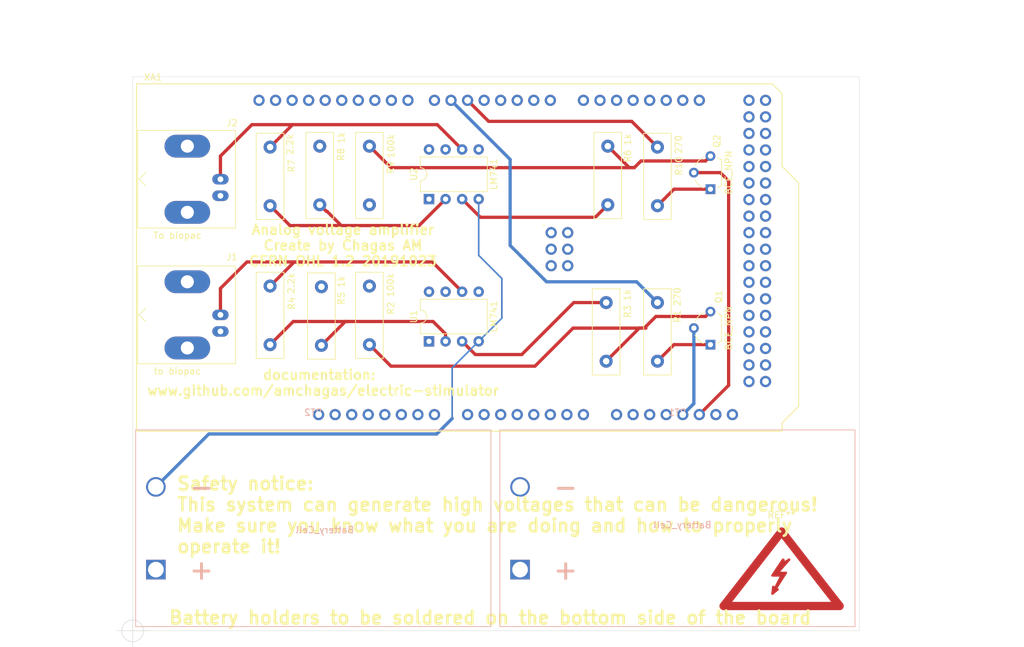
<source format=kicad_pcb>

(kicad_pcb
  (version 20171130)
  (host pcbnew 5.1.5-52549c5~84~ubuntu18.04.1)
  (general
    (thickness 1.6)
    (drawings 13)
    (tracks 81)
    (zones 0)
    (modules 20)
    (nets 110))
  (page A4)
  (layers
    (0 F.Cu signal)
    (31 B.Cu signal)
    (32 B.Adhes user)
    (33 F.Adhes user)
    (34 B.Paste user)
    (35 F.Paste user)
    (36 B.SilkS user)
    (37 F.SilkS user)
    (38 B.Mask user)
    (39 F.Mask user)
    (40 Dwgs.User user)
    (41 Cmts.User user)
    (42 Eco1.User user)
    (43 Eco2.User user)
    (44 Edge.Cuts user)
    (45 Margin user)
    (46 B.CrtYd user)
    (47 F.CrtYd user)
    (48 B.Fab user)
    (49 F.Fab user))
  (setup
    (last_trace_width 0.5)
    (user_trace_width 0.5)
    (trace_clearance 0.2)
    (zone_clearance 0.508)
    (zone_45_only no)
    (trace_min 0.2)
    (via_size 0.8)
    (via_drill 0.4)
    (via_min_size 0.4)
    (via_min_drill 0.3)
    (user_via 1 0.6)
    (uvia_size 0.3)
    (uvia_drill 0.1)
    (uvias_allowed no)
    (uvia_min_size 0.2)
    (uvia_min_drill 0.1)
    (edge_width 0.05)
    (segment_width 0.2)
    (pcb_text_width 0.3)
    (pcb_text_size 1.5 1.5)
    (mod_edge_width 0.12)
    (mod_text_size 1 1)
    (mod_text_width 0.15)
    (pad_size 1.524 1.524)
    (pad_drill 0.762)
    (pad_to_mask_clearance 0.051)
    (solder_mask_min_width 0.25)
    (aux_axis_origin 0 0)
    (visible_elements FFFFFF7F)
    (pcbplotparams
      (layerselection 0x3ffff_ffffffff)
      (usegerberextensions false)
      (usegerberattributes false)
      (usegerberadvancedattributes false)
      (creategerberjobfile false)
      (excludeedgelayer true)
      (linewidth 0.1)
      (plotframeref false)
      (viasonmask false)
      (mode 1)
      (useauxorigin false)
      (hpglpennumber 1)
      (hpglpenspeed 20)
      (hpglpendiameter 15.0)
      (psnegative false)
      (psa4output false)
      (plotreference true)
      (plotvalue true)
      (plotinvisibletext false)
      (padsonsilk false)
      (subtractmaskfromsilk false)
      (outputformat 1)
      (mirror false)
      (drillshape 0)
      (scaleselection 1)
      (outputdirectory "gerbers/")))
  (net 0 "")
  (net 1 "Net-(BT1-Pad1)")
  (net 2 GND)
  (net 3 "Net-(BT2-Pad2)")
  (net 4 "Net-(J1-Pad1)")
  (net 5 "Net-(J2-Pad1)")
  (net 6 "Net-(Q1-Pad1)")
  (net 7 "Net-(Q1-Pad3)")
  (net 8 "Net-(Q1-Pad2)")
  (net 9 "Net-(Q2-Pad2)")
  (net 10 "Net-(Q2-Pad3)")
  (net 11 "Net-(Q2-Pad1)")
  (net 12 "Net-(R1-Pad2)")
  (net 13 "Net-(R3-Pad2)")
  (net 14 "Net-(R4-Pad1)")
  (net 15 "Net-(R6-Pad2)")
  (net 16 "Net-(R7-Pad1)")
  (net 17 "Net-(R10-Pad2)")
  (net 18 "Net-(U1-Pad1)")
  (net 19 "Net-(U1-Pad5)")
  (net 20 "Net-(U1-Pad8)")
  (net 21 "Net-(U2-Pad8)")
  (net 22 "Net-(U2-Pad5)")
  (net 23 "Net-(U2-Pad1)")
  (net 24 "Net-(XA1-PadRST2)")
  (net 25 "Net-(XA1-PadGND4)")
  (net 26 "Net-(XA1-PadMOSI)")
  (net 27 "Net-(XA1-PadSCK)")
  (net 28 "Net-(XA1-Pad5V2)")
  (net 29 "Net-(XA1-PadA0)")
  (net 30 "Net-(XA1-PadVIN)")
  (net 31 "Net-(XA1-PadGND3)")
  (net 32 "Net-(XA1-PadGND2)")
  (net 33 "Net-(XA1-Pad5V1)")
  (net 34 "Net-(XA1-Pad3V3)")
  (net 35 "Net-(XA1-PadRST1)")
  (net 36 "Net-(XA1-PadIORF)")
  (net 37 "Net-(XA1-PadD21)")
  (net 38 "Net-(XA1-PadD20)")
  (net 39 "Net-(XA1-PadD19)")
  (net 40 "Net-(XA1-PadD18)")
  (net 41 "Net-(XA1-PadD17)")
  (net 42 "Net-(XA1-PadD16)")
  (net 43 "Net-(XA1-PadD15)")
  (net 44 "Net-(XA1-PadD14)")
  (net 45 "Net-(XA1-PadD0)")
  (net 46 "Net-(XA1-PadD1)")
  (net 47 "Net-(XA1-PadD2)")
  (net 48 "Net-(XA1-PadD3)")
  (net 49 "Net-(XA1-PadD4)")
  (net 50 "Net-(XA1-PadD7)")
  (net 51 "Net-(XA1-PadD8)")
  (net 52 "Net-(XA1-PadD9)")
  (net 53 "Net-(XA1-PadD10)")
  (net 54 "Net-(XA1-PadSCL1)")
  (net 55 "Net-(XA1-PadSDA1)")
  (net 56 "Net-(XA1-PadAREF)")
  (net 57 "Net-(XA1-PadD13)")
  (net 58 "Net-(XA1-PadD12)")
  (net 59 "Net-(XA1-PadD11)")
  (net 60 "Net-(XA1-PadA1)")
  (net 61 "Net-(XA1-PadA2)")
  (net 62 "Net-(XA1-PadA3)")
  (net 63 "Net-(XA1-PadA4)")
  (net 64 "Net-(XA1-PadA5)")
  (net 65 "Net-(XA1-PadA6)")
  (net 66 "Net-(XA1-PadA7)")
  (net 67 "Net-(XA1-PadA8)")
  (net 68 "Net-(XA1-PadA9)")
  (net 69 "Net-(XA1-PadA10)")
  (net 70 "Net-(XA1-PadA11)")
  (net 71 "Net-(XA1-PadCANR)")
  (net 72 "Net-(XA1-PadCANT)")
  (net 73 "Net-(XA1-Pad5V3)")
  (net 74 "Net-(XA1-Pad5V4)")
  (net 75 "Net-(XA1-PadD22)")
  (net 76 "Net-(XA1-PadD23)")
  (net 77 "Net-(XA1-PadD24)")
  (net 78 "Net-(XA1-PadD25)")
  (net 79 "Net-(XA1-PadD26)")
  (net 80 "Net-(XA1-PadD27)")
  (net 81 "Net-(XA1-PadD28)")
  (net 82 "Net-(XA1-PadD29)")
  (net 83 "Net-(XA1-PadD30)")
  (net 84 "Net-(XA1-PadD31)")
  (net 85 "Net-(XA1-PadD32)")
  (net 86 "Net-(XA1-PadD33)")
  (net 87 "Net-(XA1-PadD34)")
  (net 88 "Net-(XA1-PadD35)")
  (net 89 "Net-(XA1-PadD36)")
  (net 90 "Net-(XA1-PadD37)")
  (net 91 "Net-(XA1-PadD38)")
  (net 92 "Net-(XA1-PadD39)")
  (net 93 "Net-(XA1-PadD40)")
  (net 94 "Net-(XA1-PadD41)")
  (net 95 "Net-(XA1-PadD42)")
  (net 96 "Net-(XA1-PadD43)")
  (net 97 "Net-(XA1-PadD44)")
  (net 98 "Net-(XA1-PadD45)")
  (net 99 "Net-(XA1-PadD46)")
  (net 100 "Net-(XA1-PadD47)")
  (net 101 "Net-(XA1-PadD48)")
  (net 102 "Net-(XA1-PadD49)")
  (net 103 "Net-(XA1-PadD50)")
  (net 104 "Net-(XA1-PadD51)")
  (net 105 "Net-(XA1-PadD52)")
  (net 106 "Net-(XA1-PadD53)")
  (net 107 "Net-(XA1-PadGND5)")
  (net 108 "Net-(XA1-PadGND6)")
  (net 109 "Net-(XA1-PadMISO)")
  (net_class Default "This is the default net class."
    (clearance 0.2)
    (trace_width 0.25)
    (via_dia 0.8)
    (via_drill 0.4)
    (uvia_dia 0.3)
    (uvia_drill 0.1)
    (add_net GND)
    (add_net "Net-(BT1-Pad1)")
    (add_net "Net-(BT2-Pad2)")
    (add_net "Net-(J1-Pad1)")
    (add_net "Net-(J2-Pad1)")
    (add_net "Net-(Q1-Pad1)")
    (add_net "Net-(Q1-Pad2)")
    (add_net "Net-(Q1-Pad3)")
    (add_net "Net-(Q2-Pad1)")
    (add_net "Net-(Q2-Pad2)")
    (add_net "Net-(Q2-Pad3)")
    (add_net "Net-(R1-Pad2)")
    (add_net "Net-(R10-Pad2)")
    (add_net "Net-(R3-Pad2)")
    (add_net "Net-(R4-Pad1)")
    (add_net "Net-(R6-Pad2)")
    (add_net "Net-(R7-Pad1)")
    (add_net "Net-(U1-Pad1)")
    (add_net "Net-(U1-Pad5)")
    (add_net "Net-(U1-Pad8)")
    (add_net "Net-(U2-Pad1)")
    (add_net "Net-(U2-Pad5)")
    (add_net "Net-(U2-Pad8)")
    (add_net "Net-(XA1-Pad3V3)")
    (add_net "Net-(XA1-Pad5V1)")
    (add_net "Net-(XA1-Pad5V2)")
    (add_net "Net-(XA1-Pad5V3)")
    (add_net "Net-(XA1-Pad5V4)")
    (add_net "Net-(XA1-PadA0)")
    (add_net "Net-(XA1-PadA1)")
    (add_net "Net-(XA1-PadA10)")
    (add_net "Net-(XA1-PadA11)")
    (add_net "Net-(XA1-PadA2)")
    (add_net "Net-(XA1-PadA3)")
    (add_net "Net-(XA1-PadA4)")
    (add_net "Net-(XA1-PadA5)")
    (add_net "Net-(XA1-PadA6)")
    (add_net "Net-(XA1-PadA7)")
    (add_net "Net-(XA1-PadA8)")
    (add_net "Net-(XA1-PadA9)")
    (add_net "Net-(XA1-PadAREF)")
    (add_net "Net-(XA1-PadCANR)")
    (add_net "Net-(XA1-PadCANT)")
    (add_net "Net-(XA1-PadD0)")
    (add_net "Net-(XA1-PadD1)")
    (add_net "Net-(XA1-PadD10)")
    (add_net "Net-(XA1-PadD11)")
    (add_net "Net-(XA1-PadD12)")
    (add_net "Net-(XA1-PadD13)")
    (add_net "Net-(XA1-PadD14)")
    (add_net "Net-(XA1-PadD15)")
    (add_net "Net-(XA1-PadD16)")
    (add_net "Net-(XA1-PadD17)")
    (add_net "Net-(XA1-PadD18)")
    (add_net "Net-(XA1-PadD19)")
    (add_net "Net-(XA1-PadD2)")
    (add_net "Net-(XA1-PadD20)")
    (add_net "Net-(XA1-PadD21)")
    (add_net "Net-(XA1-PadD22)")
    (add_net "Net-(XA1-PadD23)")
    (add_net "Net-(XA1-PadD24)")
    (add_net "Net-(XA1-PadD25)")
    (add_net "Net-(XA1-PadD26)")
    (add_net "Net-(XA1-PadD27)")
    (add_net "Net-(XA1-PadD28)")
    (add_net "Net-(XA1-PadD29)")
    (add_net "Net-(XA1-PadD3)")
    (add_net "Net-(XA1-PadD30)")
    (add_net "Net-(XA1-PadD31)")
    (add_net "Net-(XA1-PadD32)")
    (add_net "Net-(XA1-PadD33)")
    (add_net "Net-(XA1-PadD34)")
    (add_net "Net-(XA1-PadD35)")
    (add_net "Net-(XA1-PadD36)")
    (add_net "Net-(XA1-PadD37)")
    (add_net "Net-(XA1-PadD38)")
    (add_net "Net-(XA1-PadD39)")
    (add_net "Net-(XA1-PadD4)")
    (add_net "Net-(XA1-PadD40)")
    (add_net "Net-(XA1-PadD41)")
    (add_net "Net-(XA1-PadD42)")
    (add_net "Net-(XA1-PadD43)")
    (add_net "Net-(XA1-PadD44)")
    (add_net "Net-(XA1-PadD45)")
    (add_net "Net-(XA1-PadD46)")
    (add_net "Net-(XA1-PadD47)")
    (add_net "Net-(XA1-PadD48)")
    (add_net "Net-(XA1-PadD49)")
    (add_net "Net-(XA1-PadD50)")
    (add_net "Net-(XA1-PadD51)")
    (add_net "Net-(XA1-PadD52)")
    (add_net "Net-(XA1-PadD53)")
    (add_net "Net-(XA1-PadD7)")
    (add_net "Net-(XA1-PadD8)")
    (add_net "Net-(XA1-PadD9)")
    (add_net "Net-(XA1-PadGND2)")
    (add_net "Net-(XA1-PadGND3)")
    (add_net "Net-(XA1-PadGND4)")
    (add_net "Net-(XA1-PadGND5)")
    (add_net "Net-(XA1-PadGND6)")
    (add_net "Net-(XA1-PadIORF)")
    (add_net "Net-(XA1-PadMISO)")
    (add_net "Net-(XA1-PadMOSI)")
    (add_net "Net-(XA1-PadRST1)")
    (add_net "Net-(XA1-PadRST2)")
    (add_net "Net-(XA1-PadSCK)")
    (add_net "Net-(XA1-PadSCL1)")
    (add_net "Net-(XA1-PadSDA1)")
    (add_net "Net-(XA1-PadVIN)"))
  (module Arduino:Arduino_Due_Shield
    (layer F.Cu)
    (tedit 5A8605C9)
    (tstamp 5DAE99FE)
    (at 80.085001 119.455001)
    (descr https://store.arduino.cc/arduino-due)
    (path /5DAE7245)
    (fp_text reference XA1
      (at 2.54 -54.356)
      (layer F.SilkS)
      (effects
        (font
          (size 1 1)
          (thickness 0.15))))
    (fp_text value Arduino_Due_Shield
      (at 15.494 -54.356)
      (layer F.Fab)
      (effects
        (font
          (size 1 1)
          (thickness 0.15))))
    (fp_text user .
      (at 62.484 -32.004)
      (layer F.SilkS)
      (effects
        (font
          (size 1 1)
          (thickness 0.15))))
    (fp_line
      (start 11.43 -12.065)
      (end 11.43 -3.175)
      (layer B.CrtYd)
      (width 0.15))
    (fp_line
      (start -1.905 -3.175)
      (end 11.43 -3.175)
      (layer B.CrtYd)
      (width 0.15))
    (fp_line
      (start -1.905 -12.065)
      (end -1.905 -3.175)
      (layer B.CrtYd)
      (width 0.15))
    (fp_line
      (start -1.905 -12.065)
      (end 11.43 -12.065)
      (layer B.CrtYd)
      (width 0.15))
    (fp_line
      (start 0 -53.34)
      (end 0 0)
      (layer F.SilkS)
      (width 0.15))
    (fp_line
      (start 99.06 -40.64)
      (end 99.06 -51.816)
      (layer F.SilkS)
      (width 0.15))
    (fp_line
      (start 101.6 -38.1)
      (end 99.06 -40.64)
      (layer F.SilkS)
      (width 0.15))
    (fp_line
      (start 101.6 -3.81)
      (end 101.6 -38.1)
      (layer F.SilkS)
      (width 0.15))
    (fp_line
      (start 99.06 -1.27)
      (end 101.6 -3.81)
      (layer F.SilkS)
      (width 0.15))
    (fp_line
      (start 99.06 0)
      (end 99.06 -1.27)
      (layer F.SilkS)
      (width 0.15))
    (fp_line
      (start 97.536 -53.34)
      (end 99.06 -51.816)
      (layer F.SilkS)
      (width 0.15))
    (fp_line
      (start 0 0)
      (end 99.06 0)
      (layer F.SilkS)
      (width 0.15))
    (fp_line
      (start 0 -53.34)
      (end 97.536 -53.34)
      (layer F.SilkS)
      (width 0.15))
    (pad RST2 thru_hole oval
      (at 63.627 -25.4)
      (size 1.7272 1.7272)
      (drill 1.016)
      (layers *.Cu *.Mask))
    (pad GND4 thru_hole oval
      (at 66.167 -25.4)
      (size 1.7272 1.7272)
      (drill 1.016)
      (layers *.Cu *.Mask))
    (pad MOSI thru_hole oval
      (at 66.167 -27.94)
      (size 1.7272 1.7272)
      (drill 1.016)
      (layers *.Cu *.Mask))
    (pad SCK thru_hole oval
      (at 63.627 -27.94)
      (size 1.7272 1.7272)
      (drill 1.016)
      (layers *.Cu *.Mask))
    (pad 5V2 thru_hole oval
      (at 66.167 -30.48)
      (size 1.7272 1.7272)
      (drill 1.016)
      (layers *.Cu *.Mask))
    (pad A0 thru_hole oval
      (at 50.8 -2.54)
      (size 1.7272 1.7272)
      (drill 1.016)
      (layers *.Cu *.Mask))
    (pad VIN thru_hole oval
      (at 45.72 -2.54)
      (size 1.7272 1.7272)
      (drill 1.016)
      (layers *.Cu *.Mask))
    (pad GND3 thru_hole oval
      (at 43.18 -2.54)
      (size 1.7272 1.7272)
      (drill 1.016)
      (layers *.Cu *.Mask))
    (pad GND2 thru_hole oval
      (at 40.64 -2.54)
      (size 1.7272 1.7272)
      (drill 1.016)
      (layers *.Cu *.Mask))
    (pad 5V1 thru_hole oval
      (at 38.1 -2.54)
      (size 1.7272 1.7272)
      (drill 1.016)
      (layers *.Cu *.Mask))
    (pad 3V3 thru_hole oval
      (at 35.56 -2.54)
      (size 1.7272 1.7272)
      (drill 1.016)
      (layers *.Cu *.Mask))
    (pad RST1 thru_hole oval
      (at 33.02 -2.54)
      (size 1.7272 1.7272)
      (drill 1.016)
      (layers *.Cu *.Mask))
    (pad IORF thru_hole oval
      (at 30.48 -2.54)
      (size 1.7272 1.7272)
      (drill 1.016)
      (layers *.Cu *.Mask))
    (pad D21 thru_hole oval
      (at 86.36 -50.8)
      (size 1.7272 1.7272)
      (drill 1.016)
      (layers *.Cu *.Mask))
    (pad D20 thru_hole oval
      (at 83.82 -50.8)
      (size 1.7272 1.7272)
      (drill 1.016)
      (layers *.Cu *.Mask))
    (pad D19 thru_hole oval
      (at 81.28 -50.8)
      (size 1.7272 1.7272)
      (drill 1.016)
      (layers *.Cu *.Mask))
    (pad D18 thru_hole oval
      (at 78.74 -50.8)
      (size 1.7272 1.7272)
      (drill 1.016)
      (layers *.Cu *.Mask))
    (pad D17 thru_hole oval
      (at 76.2 -50.8)
      (size 1.7272 1.7272)
      (drill 1.016)
      (layers *.Cu *.Mask))
    (pad D16 thru_hole oval
      (at 73.66 -50.8)
      (size 1.7272 1.7272)
      (drill 1.016)
      (layers *.Cu *.Mask))
    (pad D15 thru_hole oval
      (at 71.12 -50.8)
      (size 1.7272 1.7272)
      (drill 1.016)
      (layers *.Cu *.Mask))
    (pad D14 thru_hole oval
      (at 68.58 -50.8)
      (size 1.7272 1.7272)
      (drill 1.016)
      (layers *.Cu *.Mask))
    (pad D0 thru_hole oval
      (at 63.5 -50.8)
      (size 1.7272 1.7272)
      (drill 1.016)
      (layers *.Cu *.Mask))
    (pad D1 thru_hole oval
      (at 60.96 -50.8)
      (size 1.7272 1.7272)
      (drill 1.016)
      (layers *.Cu *.Mask))
    (pad D2 thru_hole oval
      (at 58.42 -50.8)
      (size 1.7272 1.7272)
      (drill 1.016)
      (layers *.Cu *.Mask))
    (pad D3 thru_hole oval
      (at 55.88 -50.8)
      (size 1.7272 1.7272)
      (drill 1.016)
      (layers *.Cu *.Mask))
    (pad D4 thru_hole oval
      (at 53.34 -50.8)
      (size 1.7272 1.7272)
      (drill 1.016)
      (layers *.Cu *.Mask))
    (pad D5 thru_hole oval
      (at 50.8 -50.8)
      (size 1.7272 1.7272)
      (drill 1.016)
      (layers *.Cu *.Mask)
      (net 17 "Net-(R10-Pad2)"))
    (pad D6 thru_hole oval
      (at 48.26 -50.8)
      (size 1.7272 1.7272)
      (drill 1.016)
      (layers *.Cu *.Mask)
      (net 12 "Net-(R1-Pad2)"))
    (pad D7 thru_hole oval
      (at 45.72 -50.8)
      (size 1.7272 1.7272)
      (drill 1.016)
      (layers *.Cu *.Mask))
    (pad GND1 thru_hole oval
      (at 26.416 -50.8)
      (size 1.7272 1.7272)
      (drill 1.016)
      (layers *.Cu *.Mask))
    (pad D8 thru_hole oval
      (at 41.656 -50.8)
      (size 1.7272 1.7272)
      (drill 1.016)
      (layers *.Cu *.Mask))
    (pad D9 thru_hole oval
      (at 39.116 -50.8)
      (size 1.7272 1.7272)
      (drill 1.016)
      (layers *.Cu *.Mask))
    (pad D10 thru_hole oval
      (at 36.576 -50.8)
      (size 1.7272 1.7272)
      (drill 1.016)
      (layers *.Cu *.Mask))
    (pad "" np_thru_hole circle
      (at 66.04 -7.62)
      (size 3.2 3.2)
      (drill 3.2)
      (layers *.Cu *.Mask))
    (pad "" np_thru_hole circle
      (at 66.04 -35.56)
      (size 3.2 3.2)
      (drill 3.2)
      (layers *.Cu *.Mask))
    (pad "" np_thru_hole circle
      (at 90.17 -50.8)
      (size 3.2 3.2)
      (drill 3.2)
      (layers *.Cu *.Mask))
    (pad "" np_thru_hole circle
      (at 15.24 -50.8)
      (size 3.2 3.2)
      (drill 3.2)
      (layers *.Cu *.Mask))
    (pad "" np_thru_hole circle
      (at 96.52 -2.54)
      (size 3.2 3.2)
      (drill 3.2)
      (layers *.Cu *.Mask))
    (pad "" np_thru_hole circle
      (at 13.97 -2.54)
      (size 3.2 3.2)
      (drill 3.2)
      (layers *.Cu *.Mask))
    (pad SCL1 thru_hole oval
      (at 18.796 -50.8)
      (size 1.7272 1.7272)
      (drill 1.016)
      (layers *.Cu *.Mask))
    (pad SDA1 thru_hole oval
      (at 21.336 -50.8)
      (size 1.7272 1.7272)
      (drill 1.016)
      (layers *.Cu *.Mask))
    (pad AREF thru_hole oval
      (at 23.876 -50.8)
      (size 1.7272 1.7272)
      (drill 1.016)
      (layers *.Cu *.Mask))
    (pad D13 thru_hole oval
      (at 28.956 -50.8)
      (size 1.7272 1.7272)
      (drill 1.016)
      (layers *.Cu *.Mask))
    (pad D12 thru_hole oval
      (at 31.496 -50.8)
      (size 1.7272 1.7272)
      (drill 1.016)
      (layers *.Cu *.Mask))
    (pad D11 thru_hole oval
      (at 34.036 -50.8)
      (size 1.7272 1.7272)
      (drill 1.016)
      (layers *.Cu *.Mask))
    (pad "" thru_hole oval
      (at 27.94 -2.54)
      (size 1.7272 1.7272)
      (drill 1.016)
      (layers *.Cu *.Mask))
    (pad A1 thru_hole oval
      (at 53.34 -2.54)
      (size 1.7272 1.7272)
      (drill 1.016)
      (layers *.Cu *.Mask))
    (pad A2 thru_hole oval
      (at 55.88 -2.54)
      (size 1.7272 1.7272)
      (drill 1.016)
      (layers *.Cu *.Mask))
    (pad A3 thru_hole oval
      (at 58.42 -2.54)
      (size 1.7272 1.7272)
      (drill 1.016)
      (layers *.Cu *.Mask))
    (pad A4 thru_hole oval
      (at 60.96 -2.54)
      (size 1.7272 1.7272)
      (drill 1.016)
      (layers *.Cu *.Mask))
    (pad A5 thru_hole oval
      (at 63.5 -2.54)
      (size 1.7272 1.7272)
      (drill 1.016)
      (layers *.Cu *.Mask))
    (pad A6 thru_hole oval
      (at 66.04 -2.54)
      (size 1.7272 1.7272)
      (drill 1.016)
      (layers *.Cu *.Mask))
    (pad A7 thru_hole oval
      (at 68.58 -2.54)
      (size 1.7272 1.7272)
      (drill 1.016)
      (layers *.Cu *.Mask))
    (pad A8 thru_hole oval
      (at 73.66 -2.54)
      (size 1.7272 1.7272)
      (drill 1.016)
      (layers *.Cu *.Mask))
    (pad A9 thru_hole oval
      (at 76.2 -2.54)
      (size 1.7272 1.7272)
      (drill 1.016)
      (layers *.Cu *.Mask))
    (pad A10 thru_hole oval
      (at 78.74 -2.54)
      (size 1.7272 1.7272)
      (drill 1.016)
      (layers *.Cu *.Mask))
    (pad A11 thru_hole oval
      (at 81.28 -2.54)
      (size 1.7272 1.7272)
      (drill 1.016)
      (layers *.Cu *.Mask))
    (pad DAC0 thru_hole oval
      (at 83.82 -2.54)
      (size 1.7272 1.7272)
      (drill 1.016)
      (layers *.Cu *.Mask)
      (net 8 "Net-(Q1-Pad2)"))
    (pad DAC1 thru_hole oval
      (at 86.36 -2.54)
      (size 1.7272 1.7272)
      (drill 1.016)
      (layers *.Cu *.Mask)
      (net 9 "Net-(Q2-Pad2)"))
    (pad CANR thru_hole oval
      (at 88.9 -2.54)
      (size 1.7272 1.7272)
      (drill 1.016)
      (layers *.Cu *.Mask))
    (pad CANT thru_hole oval
      (at 91.44 -2.54)
      (size 1.7272 1.7272)
      (drill 1.016)
      (layers *.Cu *.Mask))
    (pad 5V3 thru_hole oval
      (at 93.98 -50.8)
      (size 1.7272 1.7272)
      (drill 1.016)
      (layers *.Cu *.Mask))
    (pad 5V4 thru_hole oval
      (at 96.52 -50.8)
      (size 1.7272 1.7272)
      (drill 1.016)
      (layers *.Cu *.Mask))
    (pad D22 thru_hole oval
      (at 93.98 -48.26)
      (size 1.7272 1.7272)
      (drill 1.016)
      (layers *.Cu *.Mask))
    (pad D23 thru_hole oval
      (at 96.52 -48.26)
      (size 1.7272 1.7272)
      (drill 1.016)
      (layers *.Cu *.Mask))
    (pad D24 thru_hole oval
      (at 93.98 -45.72)
      (size 1.7272 1.7272)
      (drill 1.016)
      (layers *.Cu *.Mask))
    (pad D25 thru_hole oval
      (at 96.52 -45.72)
      (size 1.7272 1.7272)
      (drill 1.016)
      (layers *.Cu *.Mask))
    (pad D26 thru_hole oval
      (at 93.98 -43.18)
      (size 1.7272 1.7272)
      (drill 1.016)
      (layers *.Cu *.Mask))
    (pad D27 thru_hole oval
      (at 96.52 -43.18)
      (size 1.7272 1.7272)
      (drill 1.016)
      (layers *.Cu *.Mask))
    (pad D28 thru_hole oval
      (at 93.98 -40.64)
      (size 1.7272 1.7272)
      (drill 1.016)
      (layers *.Cu *.Mask))
    (pad D29 thru_hole oval
      (at 96.52 -40.64)
      (size 1.7272 1.7272)
      (drill 1.016)
      (layers *.Cu *.Mask))
    (pad D30 thru_hole oval
      (at 93.98 -38.1)
      (size 1.7272 1.7272)
      (drill 1.016)
      (layers *.Cu *.Mask))
    (pad D31 thru_hole oval
      (at 96.52 -38.1)
      (size 1.7272 1.7272)
      (drill 1.016)
      (layers *.Cu *.Mask))
    (pad D32 thru_hole oval
      (at 93.98 -35.56)
      (size 1.7272 1.7272)
      (drill 1.016)
      (layers *.Cu *.Mask))
    (pad D33 thru_hole oval
      (at 96.52 -35.56)
      (size 1.7272 1.7272)
      (drill 1.016)
      (layers *.Cu *.Mask))
    (pad D34 thru_hole oval
      (at 93.98 -33.02)
      (size 1.7272 1.7272)
      (drill 1.016)
      (layers *.Cu *.Mask))
    (pad D35 thru_hole oval
      (at 96.52 -33.02)
      (size 1.7272 1.7272)
      (drill 1.016)
      (layers *.Cu *.Mask))
    (pad D36 thru_hole oval
      (at 93.98 -30.48)
      (size 1.7272 1.7272)
      (drill 1.016)
      (layers *.Cu *.Mask))
    (pad D37 thru_hole oval
      (at 96.52 -30.48)
      (size 1.7272 1.7272)
      (drill 1.016)
      (layers *.Cu *.Mask))
    (pad D38 thru_hole oval
      (at 93.98 -27.94)
      (size 1.7272 1.7272)
      (drill 1.016)
      (layers *.Cu *.Mask))
    (pad D39 thru_hole oval
      (at 96.52 -27.94)
      (size 1.7272 1.7272)
      (drill 1.016)
      (layers *.Cu *.Mask))
    (pad D40 thru_hole oval
      (at 93.98 -25.4)
      (size 1.7272 1.7272)
      (drill 1.016)
      (layers *.Cu *.Mask))
    (pad D41 thru_hole oval
      (at 96.52 -25.4)
      (size 1.7272 1.7272)
      (drill 1.016)
      (layers *.Cu *.Mask))
    (pad D42 thru_hole oval
      (at 93.98 -22.86)
      (size 1.7272 1.7272)
      (drill 1.016)
      (layers *.Cu *.Mask))
    (pad D43 thru_hole oval
      (at 96.52 -22.86)
      (size 1.7272 1.7272)
      (drill 1.016)
      (layers *.Cu *.Mask))
    (pad D44 thru_hole oval
      (at 93.98 -20.32)
      (size 1.7272 1.7272)
      (drill 1.016)
      (layers *.Cu *.Mask))
    (pad D45 thru_hole oval
      (at 96.52 -20.32)
      (size 1.7272 1.7272)
      (drill 1.016)
      (layers *.Cu *.Mask))
    (pad D46 thru_hole oval
      (at 93.98 -17.78)
      (size 1.7272 1.7272)
      (drill 1.016)
      (layers *.Cu *.Mask))
    (pad D47 thru_hole oval
      (at 96.52 -17.78)
      (size 1.7272 1.7272)
      (drill 1.016)
      (layers *.Cu *.Mask))
    (pad D48 thru_hole oval
      (at 93.98 -15.24)
      (size 1.7272 1.7272)
      (drill 1.016)
      (layers *.Cu *.Mask))
    (pad D49 thru_hole oval
      (at 96.52 -15.24)
      (size 1.7272 1.7272)
      (drill 1.016)
      (layers *.Cu *.Mask))
    (pad D50 thru_hole oval
      (at 93.98 -12.7)
      (size 1.7272 1.7272)
      (drill 1.016)
      (layers *.Cu *.Mask))
    (pad D51 thru_hole oval
      (at 96.52 -12.7)
      (size 1.7272 1.7272)
      (drill 1.016)
      (layers *.Cu *.Mask))
    (pad D52 thru_hole oval
      (at 93.98 -10.16)
      (size 1.7272 1.7272)
      (drill 1.016)
      (layers *.Cu *.Mask))
    (pad D53 thru_hole oval
      (at 96.52 -10.16)
      (size 1.7272 1.7272)
      (drill 1.016)
      (layers *.Cu *.Mask))
    (pad GND5 thru_hole oval
      (at 93.98 -7.62)
      (size 1.7272 1.7272)
      (drill 1.016)
      (layers *.Cu *.Mask))
    (pad GND6 thru_hole oval
      (at 96.52 -7.62)
      (size 1.7272 1.7272)
      (drill 1.016)
      (layers *.Cu *.Mask))
    (pad MISO thru_hole oval
      (at 63.627 -30.48)
      (size 1.7272 1.7272)
      (drill 1.016)
      (layers *.Cu *.Mask)))
  (module Symbol:Symbol_Highvoltage_Type2_CopperTop_Small
    (layer F.Cu)
    (tedit 0)
    (tstamp 5DB06D83)
    (at 179.07 142.494)
    (descr "Symbol, Highvoltage, Type 2, Copper Top, Small,")
    (tags "Symbol, Highvoltage, Type 2, Copper Top, Small,")
    (attr virtual)
    (fp_text reference REF**
      (at 0 -10.16)
      (layer F.SilkS)
      (effects
        (font
          (size 1 1)
          (thickness 0.15))))
    (fp_text value Symbol_Highvoltage_Type2_CopperTop_Small
      (at 0 7.62)
      (layer F.Fab)
      (effects
        (font
          (size 1 1)
          (thickness 0.15))))
    (fp_line
      (start -1.143 1.397)
      (end -1.27 0.889)
      (layer F.Cu)
      (width 0.381))
    (fp_line
      (start 0 -0.889)
      (end -1.143 1.397)
      (layer F.Cu)
      (width 0.381))
    (fp_line
      (start -1.397 -0.889)
      (end 0 -0.889)
      (layer F.Cu)
      (width 0.381))
    (fp_line
      (start 0.127 -3.175)
      (end -1.397 -0.889)
      (layer F.Cu)
      (width 0.381))
    (fp_line
      (start 0.381 -2.794)
      (end 0.254 -3.302)
      (layer F.Cu)
      (width 0.381))
    (fp_line
      (start 1.143 -3.302)
      (end 0.381 -2.794)
      (layer F.Cu)
      (width 0.381))
    (fp_line
      (start -0.635 -1.27)
      (end 1.143 -3.302)
      (layer F.Cu)
      (width 0.381))
    (fp_line
      (start 0.635 -1.27)
      (end -0.635 -1.27)
      (layer F.Cu)
      (width 0.381))
    (fp_line
      (start -1.143 1.524)
      (end 0.635 -1.27)
      (layer F.Cu)
      (width 0.381))
    (fp_line
      (start -0.635 1.27)
      (end -1.143 1.524)
      (layer F.Cu)
      (width 0.381))
    (fp_line
      (start -1.397 1.905)
      (end -0.635 1.27)
      (layer F.Cu)
      (width 0.381))
    (fp_line
      (start -1.27 0.889)
      (end -1.397 1.905)
      (layer F.Cu)
      (width 0.381))
    (fp_line
      (start -1.016 -1.016)
      (end 0.254 -1.016)
      (layer F.Cu)
      (width 0.381))
    (fp_line
      (start 0.381 -2.921)
      (end -1.016 -1.016)
      (layer F.Cu)
      (width 0.381))
    (fp_line
      (start -8.89 3.81)
      (end 0 -7.62)
      (layer F.Cu)
      (width 1.27))
    (fp_line
      (start 8.89 3.81)
      (end -8.89 3.81)
      (layer F.Cu)
      (width 1.27))
    (fp_line
      (start 0 -7.62)
      (end 8.89 3.81)
      (layer F.Cu)
      (width 1.27)))
  (module Battery:BatteryHolder_Eagle_12BH611-GR
    (layer B.Cu)
    (tedit 5BFC95F9)
    (tstamp 5DB08A3E)
    (at 138.938 140.716 180)
    (descr https://eu.mouser.com/datasheet/2/209/EPD-200766-1274481.pdf)
    (tags "9V Battery Holder")
    (path /5D9E1D67)
    (fp_text reference BT1
      (at -24.13 24.13)
      (layer B.SilkS)
      (effects
        (font
          (size 1 1)
          (thickness 0.15))
        (justify mirror)))
    (fp_text value Battery_Cell
      (at -24.892 6.858)
      (layer B.SilkS)
      (effects
        (font
          (size 1 1)
          (thickness 0.15))
        (justify mirror)))
    (fp_text user %R
      (at -24.13 6.35 180)
      (layer B.Fab)
      (effects
        (font
          (size 1 1)
          (thickness 0.15))
        (justify mirror)))
    (fp_text user -
      (at -7 12.7)
      (layer B.SilkS)
      (effects
        (font
          (size 3 3)
          (thickness 0.45))
        (justify mirror)))
    (fp_text user +
      (at -7 0)
      (layer B.SilkS)
      (effects
        (font
          (size 3 3)
          (thickness 0.45))
        (justify mirror)))
    (fp_line
      (start 3.1 21.45)
      (end 3.1 -8.75)
      (layer B.Fab)
      (width 0.1))
    (fp_line
      (start 3.1 -8.75)
      (end -51.4 -8.75)
      (layer B.Fab)
      (width 0.1))
    (fp_line
      (start -51.4 21.45)
      (end 3.1 21.45)
      (layer B.Fab)
      (width 0.1))
    (fp_line
      (start -51.4 -8.75)
      (end -51.4 21.45)
      (layer B.Fab)
      (width 0.1))
    (fp_line
      (start -47 -2.65)
      (end -47 15.35)
      (layer B.Fab)
      (width 0.1))
    (fp_line
      (start -48 -2.65)
      (end -48 15.35)
      (layer B.Fab)
      (width 0.1))
    (fp_line
      (start -49 -2.65)
      (end -49 15.35)
      (layer B.Fab)
      (width 0.1))
    (fp_line
      (start -50 -2.65)
      (end -50 15.35)
      (layer B.Fab)
      (width 0.1))
    (fp_line
      (start -51.4 -2.65)
      (end -47 -2.65)
      (layer B.Fab)
      (width 0.1))
    (fp_line
      (start -51.4 15.35)
      (end -47 15.35)
      (layer B.Fab)
      (width 0.1))
    (fp_line
      (start -27 -6.65)
      (end -27 -8.75)
      (layer B.Fab)
      (width 0.1))
    (fp_line
      (start -2 -6.65)
      (end -27 -6.65)
      (layer B.Fab)
      (width 0.1))
    (fp_line
      (start -27 19.35)
      (end -27 21.45)
      (layer B.Fab)
      (width 0.1))
    (fp_line
      (start -2 19.35)
      (end -27 19.35)
      (layer B.Fab)
      (width 0.1))
    (fp_line
      (start -2 -2.05)
      (end -4 -2.05)
      (layer B.Fab)
      (width 0.1))
    (fp_line
      (start -4 -2.55)
      (end -2 -2.55)
      (layer B.Fab)
      (width 0.1))
    (fp_line
      (start -2 2.55)
      (end -4 2.55)
      (layer B.Fab)
      (width 0.1))
    (fp_line
      (start -4 2.05)
      (end -2 2.05)
      (layer B.Fab)
      (width 0.1))
    (fp_line
      (start -4 -0.25)
      (end -2 -0.25)
      (layer B.Fab)
      (width 0.1))
    (fp_line
      (start -4 2.55)
      (end -4 -2.55)
      (layer B.Fab)
      (width 0.1))
    (fp_line
      (start -2 0.25)
      (end -4 0.25)
      (layer B.Fab)
      (width 0.1))
    (fp_line
      (start -4 10.65)
      (end -2 10.65)
      (layer B.Fab)
      (width 0.1))
    (fp_line
      (start -4 14.75)
      (end -4 10.65)
      (layer B.Fab)
      (width 0.1))
    (fp_line
      (start -2 14.75)
      (end -4 14.75)
      (layer B.Fab)
      (width 0.1))
    (fp_line
      (start -2 21.45)
      (end -2 -8.75)
      (layer B.Fab)
      (width 0.1))
    (fp_line
      (start 1.85 -8.75)
      (end 1.85 21.45)
      (layer B.Fab)
      (width 0.1))
    (fp_line
      (start -51.9 -9.25)
      (end -51.9 21.95)
      (layer B.CrtYd)
      (width 0.05))
    (fp_line
      (start 3.6 -9.25)
      (end -51.9 -9.25)
      (layer B.CrtYd)
      (width 0.05))
    (fp_line
      (start 3.6 21.95)
      (end 3.6 -9.25)
      (layer B.CrtYd)
      (width 0.05))
    (fp_line
      (start -51.9 21.95)
      (end 3.6 21.95)
      (layer B.CrtYd)
      (width 0.05))
    (fp_line
      (start -51.4 -8.75)
      (end -51.4 21.45)
      (layer B.SilkS)
      (width 0.12))
    (fp_line
      (start 3.1 -8.75)
      (end -51.4 -8.75)
      (layer B.SilkS)
      (width 0.12))
    (fp_line
      (start 3.1 21.45)
      (end 3.1 -8.75)
      (layer B.SilkS)
      (width 0.12))
    (fp_line
      (start -51.4 21.45)
      (end 3.1 21.45)
      (layer B.SilkS)
      (width 0.12))
    (pad "" np_thru_hole circle
      (at -24.9 -4.75 180)
      (size 2.6 2.6)
      (drill 2.6)
      (layers *.Cu *.Mask))
    (pad "" np_thru_hole circle
      (at -38.9 17.45 180)
      (size 2.6 2.6)
      (drill 2.6)
      (layers *.Cu *.Mask))
    (pad "" np_thru_hole circle
      (at -10.9 17.45 180)
      (size 2.6 2.6)
      (drill 2.6)
      (layers *.Cu *.Mask))
    (pad 1 thru_hole rect
      (at 0 0 180)
      (size 3 3)
      (drill 2.4)
      (layers *.Cu *.Mask))
    (pad 2 thru_hole circle
      (at 0 12.7 180)
      (size 3 3)
      (drill 2.4)
      (layers *.Cu *.Mask))
    (model ${KISYS3DMOD}/Battery.3dshapes/BatteryHolder_Eagle_12BH611-GR.wrl
      (at
        (xyz 0 0 0))
      (scale
        (xyz 1 1 1))
      (rotate
        (xyz 0 0 0))))
  (module Resistor_THT:R_Box_L13.0mm_W4.0mm_P9.00mm
    (layer F.Cu)
    (tedit 5AE5139B)
    (tstamp 5DB071A5)
    (at 108.204 75.692 270)
    (descr "Resistor, Box series, Radial, pin pitch=9.00mm, 2W, length*width=13.0*4.0mm^2, http://www.produktinfo.conrad.com/datenblaetter/425000-449999/443860-da-01-de-METALLBAND_WIDERSTAND_0_1_OHM_5W_5Pr.pdf")
    (tags "Resistor Box series Radial pin pitch 9.00mm 2W length 13.0mm width 4.0mm")
    (path /5D9F2803)
    (fp_text reference R8
      (at 1.27 -3.25 90)
      (layer F.SilkS)
      (effects
        (font
          (size 1 1)
          (thickness 0.15))))
    (fp_text value 1k
      (at -1.27 -3.302 90)
      (layer F.SilkS)
      (effects
        (font
          (size 1 1)
          (thickness 0.15))))
    (fp_text user %R
      (at 4.5 0 90)
      (layer F.Fab)
      (effects
        (font
          (size 1 1)
          (thickness 0.15))))
    (fp_line
      (start 11.25 -2.25)
      (end -2.25 -2.25)
      (layer F.CrtYd)
      (width 0.05))
    (fp_line
      (start 11.25 2.25)
      (end 11.25 -2.25)
      (layer F.CrtYd)
      (width 0.05))
    (fp_line
      (start -2.25 2.25)
      (end 11.25 2.25)
      (layer F.CrtYd)
      (width 0.05))
    (fp_line
      (start -2.25 -2.25)
      (end -2.25 2.25)
      (layer F.CrtYd)
      (width 0.05))
    (fp_line
      (start 11.12 -2.12)
      (end 11.12 2.12)
      (layer F.SilkS)
      (width 0.12))
    (fp_line
      (start -2.12 -2.12)
      (end -2.12 2.12)
      (layer F.SilkS)
      (width 0.12))
    (fp_line
      (start -2.12 2.12)
      (end 11.12 2.12)
      (layer F.SilkS)
      (width 0.12))
    (fp_line
      (start -2.12 -2.12)
      (end 11.12 -2.12)
      (layer F.SilkS)
      (width 0.12))
    (fp_line
      (start 11 -2)
      (end -2 -2)
      (layer F.Fab)
      (width 0.1))
    (fp_line
      (start 11 2)
      (end 11 -2)
      (layer F.Fab)
      (width 0.1))
    (fp_line
      (start -2 2)
      (end 11 2)
      (layer F.Fab)
      (width 0.1))
    (fp_line
      (start -2 -2)
      (end -2 2)
      (layer F.Fab)
      (width 0.1))
    (pad 2 thru_hole circle
      (at 9 0 270)
      (size 2 2)
      (drill 1)
      (layers *.Cu *.Mask)
      (net 16 "Net-(R7-Pad1)"))
    (pad 1 thru_hole circle
      (at 0 0 270)
      (size 2 2)
      (drill 1)
      (layers *.Cu *.Mask))
    (model ${KISYS3DMOD}/Resistor_THT.3dshapes/R_Box_L13.0mm_W4.0mm_P9.00mm.wrl
      (at
        (xyz 0 0 0))
      (scale
        (xyz 1 1 1))
      (rotate
        (xyz 0 0 0))))
  (module Battery:BatteryHolder_Eagle_12BH611-GR
    (layer B.Cu)
    (tedit 5BFC95F9)
    (tstamp 5DAE9822)
    (at 83.058 140.716 180)
    (descr https://eu.mouser.com/datasheet/2/209/EPD-200766-1274481.pdf)
    (tags "9V Battery Holder")
    (path /5D9E22ED)
    (fp_text reference BT2
      (at -24.13 24.13)
      (layer B.SilkS)
      (effects
        (font
          (size 1 1)
          (thickness 0.15))
        (justify mirror)))
    (fp_text value Battery_Cell
      (at -25.908 6.096 180)
      (layer B.SilkS)
      (effects
        (font
          (size 1 1)
          (thickness 0.15))
        (justify mirror)))
    (fp_text user +
      (at -7 0)
      (layer B.SilkS)
      (effects
        (font
          (size 3 3)
          (thickness 0.45))
        (justify mirror)))
    (fp_text user -
      (at -7 12.7)
      (layer B.SilkS)
      (effects
        (font
          (size 3 3)
          (thickness 0.45))
        (justify mirror)))
    (fp_text user %R
      (at -24.13 6.35 180)
      (layer B.Fab)
      (effects
        (font
          (size 1 1)
          (thickness 0.15))
        (justify mirror)))
    (fp_line
      (start -51.4 21.45)
      (end 3.1 21.45)
      (layer B.SilkS)
      (width 0.12))
    (fp_line
      (start 3.1 21.45)
      (end 3.1 -8.75)
      (layer B.SilkS)
      (width 0.12))
    (fp_line
      (start 3.1 -8.75)
      (end -51.4 -8.75)
      (layer B.SilkS)
      (width 0.12))
    (fp_line
      (start -51.4 -8.75)
      (end -51.4 21.45)
      (layer B.SilkS)
      (width 0.12))
    (fp_line
      (start -51.9 21.95)
      (end 3.6 21.95)
      (layer B.CrtYd)
      (width 0.05))
    (fp_line
      (start 3.6 21.95)
      (end 3.6 -9.25)
      (layer B.CrtYd)
      (width 0.05))
    (fp_line
      (start 3.6 -9.25)
      (end -51.9 -9.25)
      (layer B.CrtYd)
      (width 0.05))
    (fp_line
      (start -51.9 -9.25)
      (end -51.9 21.95)
      (layer B.CrtYd)
      (width 0.05))
    (fp_line
      (start 1.85 -8.75)
      (end 1.85 21.45)
      (layer B.Fab)
      (width 0.1))
    (fp_line
      (start -2 21.45)
      (end -2 -8.75)
      (layer B.Fab)
      (width 0.1))
    (fp_line
      (start -2 14.75)
      (end -4 14.75)
      (layer B.Fab)
      (width 0.1))
    (fp_line
      (start -4 14.75)
      (end -4 10.65)
      (layer B.Fab)
      (width 0.1))
    (fp_line
      (start -4 10.65)
      (end -2 10.65)
      (layer B.Fab)
      (width 0.1))
    (fp_line
      (start -2 0.25)
      (end -4 0.25)
      (layer B.Fab)
      (width 0.1))
    (fp_line
      (start -4 2.55)
      (end -4 -2.55)
      (layer B.Fab)
      (width 0.1))
    (fp_line
      (start -4 -0.25)
      (end -2 -0.25)
      (layer B.Fab)
      (width 0.1))
    (fp_line
      (start -4 2.05)
      (end -2 2.05)
      (layer B.Fab)
      (width 0.1))
    (fp_line
      (start -2 2.55)
      (end -4 2.55)
      (layer B.Fab)
      (width 0.1))
    (fp_line
      (start -4 -2.55)
      (end -2 -2.55)
      (layer B.Fab)
      (width 0.1))
    (fp_line
      (start -2 -2.05)
      (end -4 -2.05)
      (layer B.Fab)
      (width 0.1))
    (fp_line
      (start -2 19.35)
      (end -27 19.35)
      (layer B.Fab)
      (width 0.1))
    (fp_line
      (start -27 19.35)
      (end -27 21.45)
      (layer B.Fab)
      (width 0.1))
    (fp_line
      (start -2 -6.65)
      (end -27 -6.65)
      (layer B.Fab)
      (width 0.1))
    (fp_line
      (start -27 -6.65)
      (end -27 -8.75)
      (layer B.Fab)
      (width 0.1))
    (fp_line
      (start -51.4 15.35)
      (end -47 15.35)
      (layer B.Fab)
      (width 0.1))
    (fp_line
      (start -51.4 -2.65)
      (end -47 -2.65)
      (layer B.Fab)
      (width 0.1))
    (fp_line
      (start -50 -2.65)
      (end -50 15.35)
      (layer B.Fab)
      (width 0.1))
    (fp_line
      (start -49 -2.65)
      (end -49 15.35)
      (layer B.Fab)
      (width 0.1))
    (fp_line
      (start -48 -2.65)
      (end -48 15.35)
      (layer B.Fab)
      (width 0.1))
    (fp_line
      (start -47 -2.65)
      (end -47 15.35)
      (layer B.Fab)
      (width 0.1))
    (fp_line
      (start -51.4 -8.75)
      (end -51.4 21.45)
      (layer B.Fab)
      (width 0.1))
    (fp_line
      (start -51.4 21.45)
      (end 3.1 21.45)
      (layer B.Fab)
      (width 0.1))
    (fp_line
      (start 3.1 -8.75)
      (end -51.4 -8.75)
      (layer B.Fab)
      (width 0.1))
    (fp_line
      (start 3.1 21.45)
      (end 3.1 -8.75)
      (layer B.Fab)
      (width 0.1))
    (pad 2 thru_hole circle
      (at 0 12.7 180)
      (size 3 3)
      (drill 2.4)
      (layers *.Cu *.Mask)
      (net 3 "Net-(BT2-Pad2)"))
    (pad 1 thru_hole rect
      (at 0 0 180)
      (size 3 3)
      (drill 2.4)
      (layers *.Cu *.Mask))
    (pad "" np_thru_hole circle
      (at -10.9 17.45 180)
      (size 2.6 2.6)
      (drill 2.6)
      (layers *.Cu *.Mask))
    (pad "" np_thru_hole circle
      (at -38.9 17.45 180)
      (size 2.6 2.6)
      (drill 2.6)
      (layers *.Cu *.Mask))
    (pad "" np_thru_hole circle
      (at -24.9 -4.75 180)
      (size 2.6 2.6)
      (drill 2.6)
      (layers *.Cu *.Mask))
    (model ${KISYS3DMOD}/Battery.3dshapes/BatteryHolder_Eagle_12BH611-GR.wrl
      (at
        (xyz 0 0 0))
      (scale
        (xyz 1 1 1))
      (rotate
        (xyz 0 0 0))))
  (module Connector_Coaxial:BNC_Amphenol_B6252HB-NPP3G-50_Horizontal
    (layer F.Cu)
    (tedit 5C13907B)
    (tstamp 5DAE9847)
    (at 92.964 101.6 90)
    (descr http://www.farnell.com/datasheets/612848.pdf)
    (tags "BNC Amphenol Horizontal")
    (path /5D9E86EC)
    (fp_text reference J1
      (at 8.89 1.778 180)
      (layer F.SilkS)
      (effects
        (font
          (size 1 1)
          (thickness 0.15))))
    (fp_text value "to biopac"
      (at -8.636 -6.604 180)
      (layer F.SilkS)
      (effects
        (font
          (size 1 1)
          (thickness 0.15))))
    (fp_text user %R
      (at 0 0 90)
      (layer F.Fab)
      (effects
        (font
          (size 1 1)
          (thickness 0.15))))
    (fp_line
      (start -5 -20)
      (end 5 -21)
      (layer F.Fab)
      (width 0.1))
    (fp_line
      (start -5 -19)
      (end 5 -20)
      (layer F.Fab)
      (width 0.1))
    (fp_line
      (start -5 -18)
      (end 5 -19)
      (layer F.Fab)
      (width 0.1))
    (fp_line
      (start -5 -17)
      (end 5 -18)
      (layer F.Fab)
      (width 0.1))
    (fp_line
      (start -5 -16)
      (end 5 -17)
      (layer F.Fab)
      (width 0.1))
    (fp_line
      (start -5 -15)
      (end 5 -16)
      (layer F.Fab)
      (width 0.1))
    (fp_line
      (start 4.8 -21.4)
      (end 4.8 -33.3)
      (layer F.Fab)
      (width 0.1))
    (fp_line
      (start 4.8 -33.3)
      (end -4.8 -33.3)
      (layer F.Fab)
      (width 0.1))
    (fp_line
      (start -4.8 -33.3)
      (end -4.8 -21.4)
      (layer F.Fab)
      (width 0.1))
    (fp_line
      (start 6.35 -12.7)
      (end 6.35 -21.4)
      (layer F.Fab)
      (width 0.1))
    (fp_line
      (start 6.35 -21.4)
      (end -6.35 -21.4)
      (layer F.Fab)
      (width 0.1))
    (fp_line
      (start -6.35 -21.4)
      (end -6.35 -12.7)
      (layer F.Fab)
      (width 0.1))
    (fp_line
      (start -7.35 2.2)
      (end 7.35 2.2)
      (layer F.Fab)
      (width 0.1))
    (fp_line
      (start 7.35 2.2)
      (end 7.35 -12.7)
      (layer F.Fab)
      (width 0.1))
    (fp_line
      (start 7.35 -12.7)
      (end -7.35 -12.7)
      (layer F.Fab)
      (width 0.1))
    (fp_line
      (start -7.35 -12.7)
      (end -7.35 2.2)
      (layer F.Fab)
      (width 0.1))
    (fp_line
      (start -5 -14)
      (end 5 -15)
      (layer F.Fab)
      (width 0.1))
    (fp_line
      (start -7.5 -12.7)
      (end 7.5 -12.7)
      (layer F.SilkS)
      (width 0.12))
    (fp_line
      (start 7.5 -12.7)
      (end 7.5 2.3)
      (layer F.SilkS)
      (width 0.12))
    (fp_line
      (start 7.5 2.3)
      (end -7.5 2.3)
      (layer F.SilkS)
      (width 0.12))
    (fp_line
      (start -7.5 2.3)
      (end -7.5 -12.7)
      (layer F.SilkS)
      (width 0.12))
    (fp_line
      (start -7.85 2.7)
      (end 7.85 2.7)
      (layer F.CrtYd)
      (width 0.05))
    (fp_line
      (start -7.85 2.7)
      (end -7.85 -33.8)
      (layer F.CrtYd)
      (width 0.05))
    (fp_line
      (start 7.85 -33.8)
      (end -7.85 -33.8)
      (layer F.CrtYd)
      (width 0.05))
    (fp_line
      (start 7.85 2.7)
      (end 7.85 -33.8)
      (layer F.CrtYd)
      (width 0.05))
    (fp_line
      (start 0 -12.5)
      (end -1 -11.5)
      (layer F.SilkS)
      (width 0.12))
    (fp_line
      (start 0 -12.5)
      (end 1 -11.5)
      (layer F.SilkS)
      (width 0.12))
    (fp_circle
      (center 0 -28.07)
      (end 1 -28.07)
      (layer F.Fab)
      (width 0.1))
    (pad 2 thru_hole oval
      (at -5.08 -5.08 90)
      (size 3.5 7)
      (drill 2.01)
      (layers *.Cu *.Mask))
    (pad 2 thru_hole oval
      (at 5.08 -5.08 90)
      (size 3.5 7)
      (drill 2.01)
      (layers *.Cu *.Mask))
    (pad 1 thru_hole oval
      (at 0 0 90)
      (size 1.6 2.5)
      (drill 0.89)
      (layers *.Cu *.Mask)
      (net 4 "Net-(J1-Pad1)"))
    (pad 2 thru_hole oval
      (at -2.54 0 90)
      (size 1.6 2.5)
      (drill 0.89)
      (layers *.Cu *.Mask))
    (model ${KISYS3DMOD}/Connector_Coaxial.3dshapes/BNC_Amphenol_B6252HB-NPP3G-50_Horizontal.wrl
      (at
        (xyz 0 0 0))
      (scale
        (xyz 1 1 1))
      (rotate
        (xyz 0 0 0))))
  (module Connector_Coaxial:BNC_Amphenol_B6252HB-NPP3G-50_Horizontal
    (layer F.Cu)
    (tedit 5C13907B)
    (tstamp 5DAE986C)
    (at 92.964 80.772 90)
    (descr http://www.farnell.com/datasheets/612848.pdf)
    (tags "BNC Amphenol Horizontal")
    (path /5D9F2816)
    (fp_text reference J2
      (at 8.636 1.778 180)
      (layer F.SilkS)
      (effects
        (font
          (size 1 1)
          (thickness 0.15))))
    (fp_text value "To biopac"
      (at -8.636 -6.604)
      (layer F.SilkS)
      (effects
        (font
          (size 1 1)
          (thickness 0.15))))
    (fp_text user %R
      (at 0 0 90)
      (layer F.Fab)
      (effects
        (font
          (size 1 1)
          (thickness 0.15))))
    (fp_line
      (start 0 -12.5)
      (end 1 -11.5)
      (layer F.SilkS)
      (width 0.12))
    (fp_line
      (start 0 -12.5)
      (end -1 -11.5)
      (layer F.SilkS)
      (width 0.12))
    (fp_line
      (start 7.85 2.7)
      (end 7.85 -33.8)
      (layer F.CrtYd)
      (width 0.05))
    (fp_line
      (start 7.85 -33.8)
      (end -7.85 -33.8)
      (layer F.CrtYd)
      (width 0.05))
    (fp_line
      (start -7.85 2.7)
      (end -7.85 -33.8)
      (layer F.CrtYd)
      (width 0.05))
    (fp_line
      (start -7.85 2.7)
      (end 7.85 2.7)
      (layer F.CrtYd)
      (width 0.05))
    (fp_line
      (start -7.5 2.3)
      (end -7.5 -12.7)
      (layer F.SilkS)
      (width 0.12))
    (fp_line
      (start 7.5 2.3)
      (end -7.5 2.3)
      (layer F.SilkS)
      (width 0.12))
    (fp_line
      (start 7.5 -12.7)
      (end 7.5 2.3)
      (layer F.SilkS)
      (width 0.12))
    (fp_line
      (start -7.5 -12.7)
      (end 7.5 -12.7)
      (layer F.SilkS)
      (width 0.12))
    (fp_line
      (start -5 -14)
      (end 5 -15)
      (layer F.Fab)
      (width 0.1))
    (fp_line
      (start -7.35 -12.7)
      (end -7.35 2.2)
      (layer F.Fab)
      (width 0.1))
    (fp_line
      (start 7.35 -12.7)
      (end -7.35 -12.7)
      (layer F.Fab)
      (width 0.1))
    (fp_line
      (start 7.35 2.2)
      (end 7.35 -12.7)
      (layer F.Fab)
      (width 0.1))
    (fp_line
      (start -7.35 2.2)
      (end 7.35 2.2)
      (layer F.Fab)
      (width 0.1))
    (fp_line
      (start -6.35 -21.4)
      (end -6.35 -12.7)
      (layer F.Fab)
      (width 0.1))
    (fp_line
      (start 6.35 -21.4)
      (end -6.35 -21.4)
      (layer F.Fab)
      (width 0.1))
    (fp_line
      (start 6.35 -12.7)
      (end 6.35 -21.4)
      (layer F.Fab)
      (width 0.1))
    (fp_line
      (start -4.8 -33.3)
      (end -4.8 -21.4)
      (layer F.Fab)
      (width 0.1))
    (fp_line
      (start 4.8 -33.3)
      (end -4.8 -33.3)
      (layer F.Fab)
      (width 0.1))
    (fp_line
      (start 4.8 -21.4)
      (end 4.8 -33.3)
      (layer F.Fab)
      (width 0.1))
    (fp_line
      (start -5 -15)
      (end 5 -16)
      (layer F.Fab)
      (width 0.1))
    (fp_line
      (start -5 -16)
      (end 5 -17)
      (layer F.Fab)
      (width 0.1))
    (fp_line
      (start -5 -17)
      (end 5 -18)
      (layer F.Fab)
      (width 0.1))
    (fp_line
      (start -5 -18)
      (end 5 -19)
      (layer F.Fab)
      (width 0.1))
    (fp_line
      (start -5 -19)
      (end 5 -20)
      (layer F.Fab)
      (width 0.1))
    (fp_line
      (start -5 -20)
      (end 5 -21)
      (layer F.Fab)
      (width 0.1))
    (fp_circle
      (center 0 -28.07)
      (end 1 -28.07)
      (layer F.Fab)
      (width 0.1))
    (pad 2 thru_hole oval
      (at -2.54 0 90)
      (size 1.6 2.5)
      (drill 0.89)
      (layers *.Cu *.Mask))
    (pad 1 thru_hole oval
      (at 0 0 90)
      (size 1.6 2.5)
      (drill 0.89)
      (layers *.Cu *.Mask)
      (net 5 "Net-(J2-Pad1)"))
    (pad 2 thru_hole oval
      (at 5.08 -5.08 90)
      (size 3.5 7)
      (drill 2.01)
      (layers *.Cu *.Mask))
    (pad 2 thru_hole oval
      (at -5.08 -5.08 90)
      (size 3.5 7)
      (drill 2.01)
      (layers *.Cu *.Mask))
    (model ${KISYS3DMOD}/Connector_Coaxial.3dshapes/BNC_Amphenol_B6252HB-NPP3G-50_Horizontal.wrl
      (at
        (xyz 0 0 0))
      (scale
        (xyz 1 1 1))
      (rotate
        (xyz 0 0 0))))
  (module Package_TO_SOT_THT:TO-92L_Wide
    (layer F.Cu)
    (tedit 5A152D5B)
    (tstamp 5DAE9880)
    (at 168.148 106.172 90)
    (descr "TO-92L leads in-line (large body variant of TO-92), also known as TO-226, wide, drill 0.75mm (see https://www.diodes.com/assets/Package-Files/TO92L.pdf and http://www.ti.com/lit/an/snoa059/snoa059.pdf)")
    (tags "TO-92L Molded Wide transistor")
    (path /5D8A091B)
    (fp_text reference Q1
      (at 7.366 1.27 90)
      (layer F.SilkS)
      (effects
        (font
          (size 1 1)
          (thickness 0.15))))
    (fp_text value BCE_NPN
      (at 2.54 2.79 90)
      (layer F.SilkS)
      (effects
        (font
          (size 1 1)
          (thickness 0.15))))
    (fp_text user %R
      (at 2.55 0.05 90)
      (layer F.Fab)
      (effects
        (font
          (size 1 1)
          (thickness 0.15))))
    (fp_arc
      (start 2.54 0)
      (end 4.45 1.7)
      (angle -15.88591585)
      (layer F.SilkS)
      (width 0.12))
    (fp_arc
      (start 2.54 0)
      (end 2.54 -2.48)
      (angle -130.2499344)
      (layer F.Fab)
      (width 0.1))
    (fp_arc
      (start 2.54 0)
      (end 2.54 -2.48)
      (angle 129.9527847)
      (layer F.Fab)
      (width 0.1))
    (fp_arc
      (start 2.54 0)
      (end 3.6 -2.35)
      (angle 40.72153779)
      (layer F.SilkS)
      (width 0.12))
    (fp_arc
      (start 2.54 0)
      (end 1.45 -2.35)
      (angle -40.11670855)
      (layer F.SilkS)
      (width 0.12))
    (fp_arc
      (start 2.54 0)
      (end 0.6 1.7)
      (angle 15.44288892)
      (layer F.SilkS)
      (width 0.12))
    (fp_line
      (start 0.65 1.6)
      (end 4.4 1.6)
      (layer F.Fab)
      (width 0.1))
    (fp_line
      (start 0.6 1.7)
      (end 4.45 1.7)
      (layer F.SilkS)
      (width 0.12))
    (fp_line
      (start -1 1.85)
      (end 6.1 1.85)
      (layer B.CrtYd)
      (width 0.05))
    (fp_line
      (start 6.1 1.85)
      (end 6.1 -3.55)
      (layer B.CrtYd)
      (width 0.05))
    (fp_line
      (start 6.1 -3.55)
      (end -1 -3.55)
      (layer B.CrtYd)
      (width 0.05))
    (fp_line
      (start -1 -3.55)
      (end -1 1.85)
      (layer B.CrtYd)
      (width 0.05))
    (pad 1 thru_hole rect
      (at 0 0 180)
      (size 1.5 1.5)
      (drill 0.8)
      (layers *.Cu *.Mask)
      (net 6 "Net-(Q1-Pad1)"))
    (pad 3 thru_hole circle
      (at 5.08 0 180)
      (size 1.5 1.5)
      (drill 0.8)
      (layers *.Cu *.Mask)
      (net 7 "Net-(Q1-Pad3)"))
    (pad 2 thru_hole circle
      (at 2.54 -2.54 180)
      (size 1.5 1.5)
      (drill 0.8)
      (layers *.Cu *.Mask)
      (net 8 "Net-(Q1-Pad2)"))
    (model ${KISYS3DMOD}/Package_TO_SOT_THT.3dshapes/TO-92L_Wide.wrl
      (at
        (xyz 0 0 0))
      (scale
        (xyz 1 1 1))
      (rotate
        (xyz 0 0 0))))
  (module Package_TO_SOT_THT:TO-92L_Wide
    (layer F.Cu)
    (tedit 5A152D5B)
    (tstamp 5DAE9894)
    (at 168.148 82.296 90)
    (descr "TO-92L leads in-line (large body variant of TO-92), also known as TO-226, wide, drill 0.75mm (see https://www.diodes.com/assets/Package-Files/TO92L.pdf and http://www.ti.com/lit/an/snoa059/snoa059.pdf)")
    (tags "TO-92L Molded Wide transistor")
    (path /5D9BD4F9)
    (fp_text reference Q2
      (at 7.366 1.016 90)
      (layer F.SilkS)
      (effects
        (font
          (size 1 1)
          (thickness 0.15))))
    (fp_text value BCE_NPN
      (at 2.54 2.79 90)
      (layer F.SilkS)
      (effects
        (font
          (size 1 1)
          (thickness 0.15))))
    (fp_text user %R
      (at 2.55 0.05 90)
      (layer F.Fab)
      (effects
        (font
          (size 1 1)
          (thickness 0.15))))
    (fp_line
      (start -1 -3.55)
      (end -1 1.85)
      (layer B.CrtYd)
      (width 0.05))
    (fp_line
      (start 6.1 -3.55)
      (end -1 -3.55)
      (layer B.CrtYd)
      (width 0.05))
    (fp_line
      (start 6.1 1.85)
      (end 6.1 -3.55)
      (layer B.CrtYd)
      (width 0.05))
    (fp_line
      (start -1 1.85)
      (end 6.1 1.85)
      (layer B.CrtYd)
      (width 0.05))
    (fp_line
      (start 0.6 1.7)
      (end 4.45 1.7)
      (layer F.SilkS)
      (width 0.12))
    (fp_line
      (start 0.65 1.6)
      (end 4.4 1.6)
      (layer F.Fab)
      (width 0.1))
    (fp_arc
      (start 2.54 0)
      (end 0.6 1.7)
      (angle 15.44288892)
      (layer F.SilkS)
      (width 0.12))
    (fp_arc
      (start 2.54 0)
      (end 1.45 -2.35)
      (angle -40.11670855)
      (layer F.SilkS)
      (width 0.12))
    (fp_arc
      (start 2.54 0)
      (end 3.6 -2.35)
      (angle 40.72153779)
      (layer F.SilkS)
      (width 0.12))
    (fp_arc
      (start 2.54 0)
      (end 2.54 -2.48)
      (angle 129.9527847)
      (layer F.Fab)
      (width 0.1))
    (fp_arc
      (start 2.54 0)
      (end 2.54 -2.48)
      (angle -130.2499344)
      (layer F.Fab)
      (width 0.1))
    (fp_arc
      (start 2.54 0)
      (end 4.45 1.7)
      (angle -15.88591585)
      (layer F.SilkS)
      (width 0.12))
    (pad 2 thru_hole circle
      (at 2.54 -2.54 180)
      (size 1.5 1.5)
      (drill 0.8)
      (layers *.Cu *.Mask)
      (net 9 "Net-(Q2-Pad2)"))
    (pad 3 thru_hole circle
      (at 5.08 0 180)
      (size 1.5 1.5)
      (drill 0.8)
      (layers *.Cu *.Mask)
      (net 10 "Net-(Q2-Pad3)"))
    (pad 1 thru_hole rect
      (at 0 0 180)
      (size 1.5 1.5)
      (drill 0.8)
      (layers *.Cu *.Mask)
      (net 11 "Net-(Q2-Pad1)"))
    (model ${KISYS3DMOD}/Package_TO_SOT_THT.3dshapes/TO-92L_Wide.wrl
      (at
        (xyz 0 0 0))
      (scale
        (xyz 1 1 1))
      (rotate
        (xyz 0 0 0))))
  (module Resistor_THT:R_Box_L13.0mm_W4.0mm_P9.00mm
    (layer F.Cu)
    (tedit 5AE5139B)
    (tstamp 5DAE98A7)
    (at 160.02 108.712 90)
    (descr "Resistor, Box series, Radial, pin pitch=9.00mm, 2W, length*width=13.0*4.0mm^2, http://www.produktinfo.conrad.com/datenblaetter/425000-449999/443860-da-01-de-METALLBAND_WIDERSTAND_0_1_OHM_5W_5Pr.pdf")
    (tags "Resistor Box series Radial pin pitch 9.00mm 2W length 13.0mm width 4.0mm")
    (path /5D8A39C8)
    (fp_text reference R1
      (at 6.858 3.048 90)
      (layer F.SilkS)
      (effects
        (font
          (size 1 1)
          (thickness 0.15))))
    (fp_text value 270
      (at 9.906 3.048 90)
      (layer F.SilkS)
      (effects
        (font
          (size 1 1)
          (thickness 0.15))))
    (fp_text user %R
      (at 4.5 0 90)
      (layer F.Fab)
      (effects
        (font
          (size 1 1)
          (thickness 0.15))))
    (fp_line
      (start 11.25 -2.25)
      (end -2.25 -2.25)
      (layer F.CrtYd)
      (width 0.05))
    (fp_line
      (start 11.25 2.25)
      (end 11.25 -2.25)
      (layer F.CrtYd)
      (width 0.05))
    (fp_line
      (start -2.25 2.25)
      (end 11.25 2.25)
      (layer F.CrtYd)
      (width 0.05))
    (fp_line
      (start -2.25 -2.25)
      (end -2.25 2.25)
      (layer F.CrtYd)
      (width 0.05))
    (fp_line
      (start 11.12 -2.12)
      (end 11.12 2.12)
      (layer F.SilkS)
      (width 0.12))
    (fp_line
      (start -2.12 -2.12)
      (end -2.12 2.12)
      (layer F.SilkS)
      (width 0.12))
    (fp_line
      (start -2.12 2.12)
      (end 11.12 2.12)
      (layer F.SilkS)
      (width 0.12))
    (fp_line
      (start -2.12 -2.12)
      (end 11.12 -2.12)
      (layer F.SilkS)
      (width 0.12))
    (fp_line
      (start 11 -2)
      (end -2 -2)
      (layer F.Fab)
      (width 0.1))
    (fp_line
      (start 11 2)
      (end 11 -2)
      (layer F.Fab)
      (width 0.1))
    (fp_line
      (start -2 2)
      (end 11 2)
      (layer F.Fab)
      (width 0.1))
    (fp_line
      (start -2 -2)
      (end -2 2)
      (layer F.Fab)
      (width 0.1))
    (pad 2 thru_hole circle
      (at 9 0 90)
      (size 2 2)
      (drill 1)
      (layers *.Cu *.Mask)
      (net 12 "Net-(R1-Pad2)"))
    (pad 1 thru_hole circle
      (at 0 0 90)
      (size 2 2)
      (drill 1)
      (layers *.Cu *.Mask)
      (net 6 "Net-(Q1-Pad1)"))
    (model ${KISYS3DMOD}/Resistor_THT.3dshapes/R_Box_L13.0mm_W4.0mm_P9.00mm.wrl
      (at
        (xyz 0 0 0))
      (scale
        (xyz 1 1 1))
      (rotate
        (xyz 0 0 0))))
  (module Resistor_THT:R_Box_L13.0mm_W4.0mm_P9.00mm
    (layer F.Cu)
    (tedit 5AE5139B)
    (tstamp 5DAE98BA)
    (at 115.824 106.172 90)
    (descr "Resistor, Box series, Radial, pin pitch=9.00mm, 2W, length*width=13.0*4.0mm^2, http://www.produktinfo.conrad.com/datenblaetter/425000-449999/443860-da-01-de-METALLBAND_WIDERSTAND_0_1_OHM_5W_5Pr.pdf")
    (tags "Resistor Box series Radial pin pitch 9.00mm 2W length 13.0mm width 4.0mm")
    (path /5D8A40B7)
    (fp_text reference R2
      (at 5.588 3.302 90)
      (layer F.SilkS)
      (effects
        (font
          (size 1 1)
          (thickness 0.15))))
    (fp_text value 100k
      (at 9.144 3.25 90)
      (layer F.SilkS)
      (effects
        (font
          (size 1 1)
          (thickness 0.15))))
    (fp_text user %R
      (at 4.5 0 90)
      (layer F.Fab)
      (effects
        (font
          (size 1 1)
          (thickness 0.15))))
    (fp_line
      (start -2 -2)
      (end -2 2)
      (layer F.Fab)
      (width 0.1))
    (fp_line
      (start -2 2)
      (end 11 2)
      (layer F.Fab)
      (width 0.1))
    (fp_line
      (start 11 2)
      (end 11 -2)
      (layer F.Fab)
      (width 0.1))
    (fp_line
      (start 11 -2)
      (end -2 -2)
      (layer F.Fab)
      (width 0.1))
    (fp_line
      (start -2.12 -2.12)
      (end 11.12 -2.12)
      (layer F.SilkS)
      (width 0.12))
    (fp_line
      (start -2.12 2.12)
      (end 11.12 2.12)
      (layer F.SilkS)
      (width 0.12))
    (fp_line
      (start -2.12 -2.12)
      (end -2.12 2.12)
      (layer F.SilkS)
      (width 0.12))
    (fp_line
      (start 11.12 -2.12)
      (end 11.12 2.12)
      (layer F.SilkS)
      (width 0.12))
    (fp_line
      (start -2.25 -2.25)
      (end -2.25 2.25)
      (layer F.CrtYd)
      (width 0.05))
    (fp_line
      (start -2.25 2.25)
      (end 11.25 2.25)
      (layer F.CrtYd)
      (width 0.05))
    (fp_line
      (start 11.25 2.25)
      (end 11.25 -2.25)
      (layer F.CrtYd)
      (width 0.05))
    (fp_line
      (start 11.25 -2.25)
      (end -2.25 -2.25)
      (layer F.CrtYd)
      (width 0.05))
    (pad 1 thru_hole circle
      (at 0 0 90)
      (size 2 2)
      (drill 1)
      (layers *.Cu *.Mask)
      (net 7 "Net-(Q1-Pad3)"))
    (pad 2 thru_hole circle
      (at 9 0 90)
      (size 2 2)
      (drill 1)
      (layers *.Cu *.Mask))
    (model ${KISYS3DMOD}/Resistor_THT.3dshapes/R_Box_L13.0mm_W4.0mm_P9.00mm.wrl
      (at
        (xyz 0 0 0))
      (scale
        (xyz 1 1 1))
      (rotate
        (xyz 0 0 0))))
  (module Resistor_THT:R_Box_L13.0mm_W4.0mm_P9.00mm
    (layer F.Cu)
    (tedit 5AE5139B)
    (tstamp 5DAE98CD)
    (at 152.146 108.712 90)
    (descr "Resistor, Box series, Radial, pin pitch=9.00mm, 2W, length*width=13.0*4.0mm^2, http://www.produktinfo.conrad.com/datenblaetter/425000-449999/443860-da-01-de-METALLBAND_WIDERSTAND_0_1_OHM_5W_5Pr.pdf")
    (tags "Resistor Box series Radial pin pitch 9.00mm 2W length 13.0mm width 4.0mm")
    (path /5D9E48CB)
    (fp_text reference R3
      (at 7.62 3.302 90)
      (layer F.SilkS)
      (effects
        (font
          (size 1 1)
          (thickness 0.15))))
    (fp_text value 1k
      (at 10.16 3.25 90)
      (layer F.SilkS)
      (effects
        (font
          (size 1 1)
          (thickness 0.15))))
    (fp_text user %R
      (at 4.5 0 90)
      (layer F.Fab)
      (effects
        (font
          (size 1 1)
          (thickness 0.15))))
    (fp_line
      (start 11.25 -2.25)
      (end -2.25 -2.25)
      (layer F.CrtYd)
      (width 0.05))
    (fp_line
      (start 11.25 2.25)
      (end 11.25 -2.25)
      (layer F.CrtYd)
      (width 0.05))
    (fp_line
      (start -2.25 2.25)
      (end 11.25 2.25)
      (layer F.CrtYd)
      (width 0.05))
    (fp_line
      (start -2.25 -2.25)
      (end -2.25 2.25)
      (layer F.CrtYd)
      (width 0.05))
    (fp_line
      (start 11.12 -2.12)
      (end 11.12 2.12)
      (layer F.SilkS)
      (width 0.12))
    (fp_line
      (start -2.12 -2.12)
      (end -2.12 2.12)
      (layer F.SilkS)
      (width 0.12))
    (fp_line
      (start -2.12 2.12)
      (end 11.12 2.12)
      (layer F.SilkS)
      (width 0.12))
    (fp_line
      (start -2.12 -2.12)
      (end 11.12 -2.12)
      (layer F.SilkS)
      (width 0.12))
    (fp_line
      (start 11 -2)
      (end -2 -2)
      (layer F.Fab)
      (width 0.1))
    (fp_line
      (start 11 2)
      (end 11 -2)
      (layer F.Fab)
      (width 0.1))
    (fp_line
      (start -2 2)
      (end 11 2)
      (layer F.Fab)
      (width 0.1))
    (fp_line
      (start -2 -2)
      (end -2 2)
      (layer F.Fab)
      (width 0.1))
    (pad 2 thru_hole circle
      (at 9 0 90)
      (size 2 2)
      (drill 1)
      (layers *.Cu *.Mask)
      (net 13 "Net-(R3-Pad2)"))
    (pad 1 thru_hole circle
      (at 0 0 90)
      (size 2 2)
      (drill 1)
      (layers *.Cu *.Mask)
      (net 7 "Net-(Q1-Pad3)"))
    (model ${KISYS3DMOD}/Resistor_THT.3dshapes/R_Box_L13.0mm_W4.0mm_P9.00mm.wrl
      (at
        (xyz 0 0 0))
      (scale
        (xyz 1 1 1))
      (rotate
        (xyz 0 0 0))))
  (module Resistor_THT:R_Box_L13.0mm_W4.0mm_P9.00mm
    (layer F.Cu)
    (tedit 5AE5139B)
    (tstamp 5DAE98E0)
    (at 100.584 106.172 90)
    (descr "Resistor, Box series, Radial, pin pitch=9.00mm, 2W, length*width=13.0*4.0mm^2, http://www.produktinfo.conrad.com/datenblaetter/425000-449999/443860-da-01-de-METALLBAND_WIDERSTAND_0_1_OHM_5W_5Pr.pdf")
    (tags "Resistor Box series Radial pin pitch 9.00mm 2W length 13.0mm width 4.0mm")
    (path /5D9E33CE)
    (fp_text reference R4
      (at 6.35 3.302 90)
      (layer F.SilkS)
      (effects
        (font
          (size 1 1)
          (thickness 0.15))))
    (fp_text value 2.2k
      (at 9.398 3.25 90)
      (layer F.SilkS)
      (effects
        (font
          (size 1 1)
          (thickness 0.15))))
    (fp_text user %R
      (at 4.5 0 90)
      (layer F.Fab)
      (effects
        (font
          (size 1 1)
          (thickness 0.15))))
    (fp_line
      (start -2 -2)
      (end -2 2)
      (layer F.Fab)
      (width 0.1))
    (fp_line
      (start -2 2)
      (end 11 2)
      (layer F.Fab)
      (width 0.1))
    (fp_line
      (start 11 2)
      (end 11 -2)
      (layer F.Fab)
      (width 0.1))
    (fp_line
      (start 11 -2)
      (end -2 -2)
      (layer F.Fab)
      (width 0.1))
    (fp_line
      (start -2.12 -2.12)
      (end 11.12 -2.12)
      (layer F.SilkS)
      (width 0.12))
    (fp_line
      (start -2.12 2.12)
      (end 11.12 2.12)
      (layer F.SilkS)
      (width 0.12))
    (fp_line
      (start -2.12 -2.12)
      (end -2.12 2.12)
      (layer F.SilkS)
      (width 0.12))
    (fp_line
      (start 11.12 -2.12)
      (end 11.12 2.12)
      (layer F.SilkS)
      (width 0.12))
    (fp_line
      (start -2.25 -2.25)
      (end -2.25 2.25)
      (layer F.CrtYd)
      (width 0.05))
    (fp_line
      (start -2.25 2.25)
      (end 11.25 2.25)
      (layer F.CrtYd)
      (width 0.05))
    (fp_line
      (start 11.25 2.25)
      (end 11.25 -2.25)
      (layer F.CrtYd)
      (width 0.05))
    (fp_line
      (start 11.25 -2.25)
      (end -2.25 -2.25)
      (layer F.CrtYd)
      (width 0.05))
    (pad 1 thru_hole circle
      (at 0 0 90)
      (size 2 2)
      (drill 1)
      (layers *.Cu *.Mask)
      (net 14 "Net-(R4-Pad1)"))
    (pad 2 thru_hole circle
      (at 9 0 90)
      (size 2 2)
      (drill 1)
      (layers *.Cu *.Mask)
      (net 4 "Net-(J1-Pad1)"))
    (model ${KISYS3DMOD}/Resistor_THT.3dshapes/R_Box_L13.0mm_W4.0mm_P9.00mm.wrl
      (at
        (xyz 0 0 0))
      (scale
        (xyz 1 1 1))
      (rotate
        (xyz 0 0 0))))
  (module Resistor_THT:R_Box_L13.0mm_W4.0mm_P9.00mm
    (layer F.Cu)
    (tedit 5AE5139B)
    (tstamp 5DAE98F3)
    (at 108.458 97.282 270)
    (descr "Resistor, Box series, Radial, pin pitch=9.00mm, 2W, length*width=13.0*4.0mm^2, http://www.produktinfo.conrad.com/datenblaetter/425000-449999/443860-da-01-de-METALLBAND_WIDERSTAND_0_1_OHM_5W_5Pr.pdf")
    (tags "Resistor Box series Radial pin pitch 9.00mm 2W length 13.0mm width 4.0mm")
    (path /5D9E5132)
    (fp_text reference R5
      (at 1.778 -3.048 90)
      (layer F.SilkS)
      (effects
        (font
          (size 1 1)
          (thickness 0.15))))
    (fp_text value 1k
      (at -0.762 -3.048 90)
      (layer F.SilkS)
      (effects
        (font
          (size 1 1)
          (thickness 0.15))))
    (fp_text user %R
      (at 4.572 0 90)
      (layer F.Fab)
      (effects
        (font
          (size 1 1)
          (thickness 0.15))))
    (fp_line
      (start -2 -2)
      (end -2 2)
      (layer F.Fab)
      (width 0.1))
    (fp_line
      (start -2 2)
      (end 11 2)
      (layer F.Fab)
      (width 0.1))
    (fp_line
      (start 11 2)
      (end 11 -2)
      (layer F.Fab)
      (width 0.1))
    (fp_line
      (start 11 -2)
      (end -2 -2)
      (layer F.Fab)
      (width 0.1))
    (fp_line
      (start -2.12 -2.12)
      (end 11.12 -2.12)
      (layer F.SilkS)
      (width 0.12))
    (fp_line
      (start -2.12 2.12)
      (end 11.12 2.12)
      (layer F.SilkS)
      (width 0.12))
    (fp_line
      (start -2.12 -2.12)
      (end -2.12 2.12)
      (layer F.SilkS)
      (width 0.12))
    (fp_line
      (start 11.12 -2.12)
      (end 11.12 2.12)
      (layer F.SilkS)
      (width 0.12))
    (fp_line
      (start -2.25 -2.25)
      (end -2.25 2.25)
      (layer F.CrtYd)
      (width 0.05))
    (fp_line
      (start -2.25 2.25)
      (end 11.25 2.25)
      (layer F.CrtYd)
      (width 0.05))
    (fp_line
      (start 11.25 2.25)
      (end 11.25 -2.25)
      (layer F.CrtYd)
      (width 0.05))
    (fp_line
      (start 11.25 -2.25)
      (end -2.25 -2.25)
      (layer F.CrtYd)
      (width 0.05))
    (pad 1 thru_hole circle
      (at 0 0 270)
      (size 2 2)
      (drill 1)
      (layers *.Cu *.Mask))
    (pad 2 thru_hole circle
      (at 9 0 270)
      (size 2 2)
      (drill 1)
      (layers *.Cu *.Mask)
      (net 14 "Net-(R4-Pad1)"))
    (model ${KISYS3DMOD}/Resistor_THT.3dshapes/R_Box_L13.0mm_W4.0mm_P9.00mm.wrl
      (at
        (xyz 0 0 0))
      (scale
        (xyz 1 1 1))
      (rotate
        (xyz 0 0 0))))
  (module Resistor_THT:R_Box_L13.0mm_W4.0mm_P9.00mm
    (layer F.Cu)
    (tedit 5AE5139B)
    (tstamp 5DAE9906)
    (at 152.4 75.692 270)
    (descr "Resistor, Box series, Radial, pin pitch=9.00mm, 2W, length*width=13.0*4.0mm^2, http://www.produktinfo.conrad.com/datenblaetter/425000-449999/443860-da-01-de-METALLBAND_WIDERSTAND_0_1_OHM_5W_5Pr.pdf")
    (tags "Resistor Box series Radial pin pitch 9.00mm 2W length 13.0mm width 4.0mm")
    (path /5D9F27FB)
    (fp_text reference R6
      (at 1.524 -3.048 90)
      (layer F.SilkS)
      (effects
        (font
          (size 1 1)
          (thickness 0.15))))
    (fp_text value 1k
      (at -1.016 -3.048 90)
      (layer F.SilkS)
      (effects
        (font
          (size 1 1)
          (thickness 0.15))))
    (fp_text user %R
      (at 4.5 0 90)
      (layer F.Fab)
      (effects
        (font
          (size 1 1)
          (thickness 0.15))))
    (fp_line
      (start -2 -2)
      (end -2 2)
      (layer F.Fab)
      (width 0.1))
    (fp_line
      (start -2 2)
      (end 11 2)
      (layer F.Fab)
      (width 0.1))
    (fp_line
      (start 11 2)
      (end 11 -2)
      (layer F.Fab)
      (width 0.1))
    (fp_line
      (start 11 -2)
      (end -2 -2)
      (layer F.Fab)
      (width 0.1))
    (fp_line
      (start -2.12 -2.12)
      (end 11.12 -2.12)
      (layer F.SilkS)
      (width 0.12))
    (fp_line
      (start -2.12 2.12)
      (end 11.12 2.12)
      (layer F.SilkS)
      (width 0.12))
    (fp_line
      (start -2.12 -2.12)
      (end -2.12 2.12)
      (layer F.SilkS)
      (width 0.12))
    (fp_line
      (start 11.12 -2.12)
      (end 11.12 2.12)
      (layer F.SilkS)
      (width 0.12))
    (fp_line
      (start -2.25 -2.25)
      (end -2.25 2.25)
      (layer F.CrtYd)
      (width 0.05))
    (fp_line
      (start -2.25 2.25)
      (end 11.25 2.25)
      (layer F.CrtYd)
      (width 0.05))
    (fp_line
      (start 11.25 2.25)
      (end 11.25 -2.25)
      (layer F.CrtYd)
      (width 0.05))
    (fp_line
      (start 11.25 -2.25)
      (end -2.25 -2.25)
      (layer F.CrtYd)
      (width 0.05))
    (pad 1 thru_hole circle
      (at 0 0 270)
      (size 2 2)
      (drill 1)
      (layers *.Cu *.Mask)
      (net 10 "Net-(Q2-Pad3)"))
    (pad 2 thru_hole circle
      (at 9 0 270)
      (size 2 2)
      (drill 1)
      (layers *.Cu *.Mask)
      (net 15 "Net-(R6-Pad2)"))
    (model ${KISYS3DMOD}/Resistor_THT.3dshapes/R_Box_L13.0mm_W4.0mm_P9.00mm.wrl
      (at
        (xyz 0 0 0))
      (scale
        (xyz 1 1 1))
      (rotate
        (xyz 0 0 0))))
  (module Resistor_THT:R_Box_L13.0mm_W4.0mm_P9.00mm
    (layer F.Cu)
    (tedit 5AE5139B)
    (tstamp 5DAE9919)
    (at 100.584 84.836 90)
    (descr "Resistor, Box series, Radial, pin pitch=9.00mm, 2W, length*width=13.0*4.0mm^2, http://www.produktinfo.conrad.com/datenblaetter/425000-449999/443860-da-01-de-METALLBAND_WIDERSTAND_0_1_OHM_5W_5Pr.pdf")
    (tags "Resistor Box series Radial pin pitch 9.00mm 2W length 13.0mm width 4.0mm")
    (path /5D9F27F1)
    (fp_text reference R7
      (at 6.096 3.302 90)
      (layer F.SilkS)
      (effects
        (font
          (size 1 1)
          (thickness 0.15))))
    (fp_text value 2.2k
      (at 9.398 3.048 90)
      (layer F.SilkS)
      (effects
        (font
          (size 1 1)
          (thickness 0.15))))
    (fp_text user %R
      (at 4.5 -0.254 90)
      (layer F.Fab)
      (effects
        (font
          (size 1 1)
          (thickness 0.15))))
    (fp_line
      (start 11.25 -2.25)
      (end -2.25 -2.25)
      (layer F.CrtYd)
      (width 0.05))
    (fp_line
      (start 11.25 2.25)
      (end 11.25 -2.25)
      (layer F.CrtYd)
      (width 0.05))
    (fp_line
      (start -2.25 2.25)
      (end 11.25 2.25)
      (layer F.CrtYd)
      (width 0.05))
    (fp_line
      (start -2.25 -2.25)
      (end -2.25 2.25)
      (layer F.CrtYd)
      (width 0.05))
    (fp_line
      (start 11.12 -2.12)
      (end 11.12 2.12)
      (layer F.SilkS)
      (width 0.12))
    (fp_line
      (start -2.12 -2.12)
      (end -2.12 2.12)
      (layer F.SilkS)
      (width 0.12))
    (fp_line
      (start -2.12 2.12)
      (end 11.12 2.12)
      (layer F.SilkS)
      (width 0.12))
    (fp_line
      (start -2.12 -2.12)
      (end 11.12 -2.12)
      (layer F.SilkS)
      (width 0.12))
    (fp_line
      (start 11 -2)
      (end -2 -2)
      (layer F.Fab)
      (width 0.1))
    (fp_line
      (start 11 2)
      (end 11 -2)
      (layer F.Fab)
      (width 0.1))
    (fp_line
      (start -2 2)
      (end 11 2)
      (layer F.Fab)
      (width 0.1))
    (fp_line
      (start -2 -2)
      (end -2 2)
      (layer F.Fab)
      (width 0.1))
    (pad 2 thru_hole circle
      (at 9 0 90)
      (size 2 2)
      (drill 1)
      (layers *.Cu *.Mask)
      (net 5 "Net-(J2-Pad1)"))
    (pad 1 thru_hole circle
      (at 0 0 90)
      (size 2 2)
      (drill 1)
      (layers *.Cu *.Mask)
      (net 16 "Net-(R7-Pad1)"))
    (model ${KISYS3DMOD}/Resistor_THT.3dshapes/R_Box_L13.0mm_W4.0mm_P9.00mm.wrl
      (at
        (xyz 0 0 0))
      (scale
        (xyz 1 1 1))
      (rotate
        (xyz 0 0 0))))
  (module Resistor_THT:R_Box_L13.0mm_W4.0mm_P9.00mm
    (layer F.Cu)
    (tedit 5AE5139B)
    (tstamp 5DAE993F)
    (at 115.824 75.692 270)
    (descr "Resistor, Box series, Radial, pin pitch=9.00mm, 2W, length*width=13.0*4.0mm^2, http://www.produktinfo.conrad.com/datenblaetter/425000-449999/443860-da-01-de-METALLBAND_WIDERSTAND_0_1_OHM_5W_5Pr.pdf")
    (tags "Resistor Box series Radial pin pitch 9.00mm 2W length 13.0mm width 4.0mm")
    (path /5D9BD50C)
    (fp_text reference R9
      (at 3.302 -3.25 90)
      (layer F.SilkS)
      (effects
        (font
          (size 1 1)
          (thickness 0.15))))
    (fp_text value 100k
      (at 0 -3.302 90)
      (layer F.SilkS)
      (effects
        (font
          (size 1 1)
          (thickness 0.15))))
    (fp_text user %R
      (at 4.5 0 90)
      (layer F.Fab)
      (effects
        (font
          (size 1 1)
          (thickness 0.15))))
    (fp_line
      (start 11.25 -2.25)
      (end -2.25 -2.25)
      (layer F.CrtYd)
      (width 0.05))
    (fp_line
      (start 11.25 2.25)
      (end 11.25 -2.25)
      (layer F.CrtYd)
      (width 0.05))
    (fp_line
      (start -2.25 2.25)
      (end 11.25 2.25)
      (layer F.CrtYd)
      (width 0.05))
    (fp_line
      (start -2.25 -2.25)
      (end -2.25 2.25)
      (layer F.CrtYd)
      (width 0.05))
    (fp_line
      (start 11.12 -2.12)
      (end 11.12 2.12)
      (layer F.SilkS)
      (width 0.12))
    (fp_line
      (start -2.12 -2.12)
      (end -2.12 2.12)
      (layer F.SilkS)
      (width 0.12))
    (fp_line
      (start -2.12 2.12)
      (end 11.12 2.12)
      (layer F.SilkS)
      (width 0.12))
    (fp_line
      (start -2.12 -2.12)
      (end 11.12 -2.12)
      (layer F.SilkS)
      (width 0.12))
    (fp_line
      (start 11 -2)
      (end -2 -2)
      (layer F.Fab)
      (width 0.1))
    (fp_line
      (start 11 2)
      (end 11 -2)
      (layer F.Fab)
      (width 0.1))
    (fp_line
      (start -2 2)
      (end 11 2)
      (layer F.Fab)
      (width 0.1))
    (fp_line
      (start -2 -2)
      (end -2 2)
      (layer F.Fab)
      (width 0.1))
    (pad 2 thru_hole circle
      (at 9 0 270)
      (size 2 2)
      (drill 1)
      (layers *.Cu *.Mask))
    (pad 1 thru_hole circle
      (at 0 0 270)
      (size 2 2)
      (drill 1)
      (layers *.Cu *.Mask)
      (net 10 "Net-(Q2-Pad3)"))
    (model ${KISYS3DMOD}/Resistor_THT.3dshapes/R_Box_L13.0mm_W4.0mm_P9.00mm.wrl
      (at
        (xyz 0 0 0))
      (scale
        (xyz 1 1 1))
      (rotate
        (xyz 0 0 0))))
  (module Resistor_THT:R_Box_L13.0mm_W4.0mm_P9.00mm
    (layer F.Cu)
    (tedit 5AE5139B)
    (tstamp 5DAE9952)
    (at 160.02 84.836 90)
    (descr "Resistor, Box series, Radial, pin pitch=9.00mm, 2W, length*width=13.0*4.0mm^2, http://www.produktinfo.conrad.com/datenblaetter/425000-449999/443860-da-01-de-METALLBAND_WIDERSTAND_0_1_OHM_5W_5Pr.pdf")
    (tags "Resistor Box series Radial pin pitch 9.00mm 2W length 13.0mm width 4.0mm")
    (path /5D9BD505)
    (fp_text reference R10
      (at 6.096 3.302 90)
      (layer F.SilkS)
      (effects
        (font
          (size 1 1)
          (thickness 0.15))))
    (fp_text value 270
      (at 9.398 3.25 90)
      (layer F.SilkS)
      (effects
        (font
          (size 1 1)
          (thickness 0.15))))
    (fp_text user %R
      (at 4.572 0 90)
      (layer F.Fab)
      (effects
        (font
          (size 1 1)
          (thickness 0.15))))
    (fp_line
      (start -2 -2)
      (end -2 2)
      (layer F.Fab)
      (width 0.1))
    (fp_line
      (start -2 2)
      (end 11 2)
      (layer F.Fab)
      (width 0.1))
    (fp_line
      (start 11 2)
      (end 11 -2)
      (layer F.Fab)
      (width 0.1))
    (fp_line
      (start 11 -2)
      (end -2 -2)
      (layer F.Fab)
      (width 0.1))
    (fp_line
      (start -2.12 -2.12)
      (end 11.12 -2.12)
      (layer F.SilkS)
      (width 0.12))
    (fp_line
      (start -2.12 2.12)
      (end 11.12 2.12)
      (layer F.SilkS)
      (width 0.12))
    (fp_line
      (start -2.12 -2.12)
      (end -2.12 2.12)
      (layer F.SilkS)
      (width 0.12))
    (fp_line
      (start 11.12 -2.12)
      (end 11.12 2.12)
      (layer F.SilkS)
      (width 0.12))
    (fp_line
      (start -2.25 -2.25)
      (end -2.25 2.25)
      (layer F.CrtYd)
      (width 0.05))
    (fp_line
      (start -2.25 2.25)
      (end 11.25 2.25)
      (layer F.CrtYd)
      (width 0.05))
    (fp_line
      (start 11.25 2.25)
      (end 11.25 -2.25)
      (layer F.CrtYd)
      (width 0.05))
    (fp_line
      (start 11.25 -2.25)
      (end -2.25 -2.25)
      (layer F.CrtYd)
      (width 0.05))
    (pad 1 thru_hole circle
      (at 0 0 90)
      (size 2 2)
      (drill 1)
      (layers *.Cu *.Mask)
      (net 11 "Net-(Q2-Pad1)"))
    (pad 2 thru_hole circle
      (at 9 0 90)
      (size 2 2)
      (drill 1)
      (layers *.Cu *.Mask)
      (net 17 "Net-(R10-Pad2)"))
    (model ${KISYS3DMOD}/Resistor_THT.3dshapes/R_Box_L13.0mm_W4.0mm_P9.00mm.wrl
      (at
        (xyz 0 0 0))
      (scale
        (xyz 1 1 1))
      (rotate
        (xyz 0 0 0))))
  (module Package_DIP:DIP-8_W7.62mm
    (layer F.Cu)
    (tedit 5A02E8C5)
    (tstamp 5DAE996E)
    (at 124.968 105.664 90)
    (descr "8-lead though-hole mounted DIP package, row spacing 7.62 mm (300 mils)")
    (tags "THT DIP DIL PDIP 2.54mm 7.62mm 300mil")
    (path /5D9E17E1)
    (fp_text reference U1
      (at 3.81 -2.33 90)
      (layer F.SilkS)
      (effects
        (font
          (size 1 1)
          (thickness 0.15))))
    (fp_text value LM741
      (at 3.81 9.95 90)
      (layer F.SilkS)
      (effects
        (font
          (size 1 1)
          (thickness 0.15))))
    (fp_text user %R
      (at 3.81 3.81 90)
      (layer F.Fab)
      (effects
        (font
          (size 1 1)
          (thickness 0.15))))
    (fp_arc
      (start 3.81 -1.33)
      (end 2.81 -1.33)
      (angle -180)
      (layer F.SilkS)
      (width 0.12))
    (fp_line
      (start 1.635 -1.27)
      (end 6.985 -1.27)
      (layer F.Fab)
      (width 0.1))
    (fp_line
      (start 6.985 -1.27)
      (end 6.985 8.89)
      (layer F.Fab)
      (width 0.1))
    (fp_line
      (start 6.985 8.89)
      (end 0.635 8.89)
      (layer F.Fab)
      (width 0.1))
    (fp_line
      (start 0.635 8.89)
      (end 0.635 -0.27)
      (layer F.Fab)
      (width 0.1))
    (fp_line
      (start 0.635 -0.27)
      (end 1.635 -1.27)
      (layer F.Fab)
      (width 0.1))
    (fp_line
      (start 2.81 -1.33)
      (end 1.16 -1.33)
      (layer F.SilkS)
      (width 0.12))
    (fp_line
      (start 1.16 -1.33)
      (end 1.16 8.95)
      (layer F.SilkS)
      (width 0.12))
    (fp_line
      (start 1.16 8.95)
      (end 6.46 8.95)
      (layer F.SilkS)
      (width 0.12))
    (fp_line
      (start 6.46 8.95)
      (end 6.46 -1.33)
      (layer F.SilkS)
      (width 0.12))
    (fp_line
      (start 6.46 -1.33)
      (end 4.81 -1.33)
      (layer F.SilkS)
      (width 0.12))
    (fp_line
      (start -1.1 -1.55)
      (end -1.1 9.15)
      (layer F.CrtYd)
      (width 0.05))
    (fp_line
      (start -1.1 9.15)
      (end 8.7 9.15)
      (layer F.CrtYd)
      (width 0.05))
    (fp_line
      (start 8.7 9.15)
      (end 8.7 -1.55)
      (layer F.CrtYd)
      (width 0.05))
    (fp_line
      (start 8.7 -1.55)
      (end -1.1 -1.55)
      (layer F.CrtYd)
      (width 0.05))
    (pad 1 thru_hole rect
      (at 0 0 90)
      (size 1.6 1.6)
      (drill 0.8)
      (layers *.Cu *.Mask))
    (pad 5 thru_hole oval
      (at 7.62 7.62 90)
      (size 1.6 1.6)
      (drill 0.8)
      (layers *.Cu *.Mask))
    (pad 2 thru_hole oval
      (at 0 2.54 90)
      (size 1.6 1.6)
      (drill 0.8)
      (layers *.Cu *.Mask)
      (net 14 "Net-(R4-Pad1)"))
    (pad 6 thru_hole oval
      (at 7.62 5.08 90)
      (size 1.6 1.6)
      (drill 0.8)
      (layers *.Cu *.Mask)
      (net 4 "Net-(J1-Pad1)"))
    (pad 3 thru_hole oval
      (at 0 5.08 90)
      (size 1.6 1.6)
      (drill 0.8)
      (layers *.Cu *.Mask)
      (net 13 "Net-(R3-Pad2)"))
    (pad 7 thru_hole oval
      (at 7.62 2.54 90)
      (size 1.6 1.6)
      (drill 0.8)
      (layers *.Cu *.Mask))
    (pad 4 thru_hole oval
      (at 0 7.62 90)
      (size 1.6 1.6)
      (drill 0.8)
      (layers *.Cu *.Mask)
      (net 3 "Net-(BT2-Pad2)"))
    (pad 8 thru_hole oval
      (at 7.62 0 90)
      (size 1.6 1.6)
      (drill 0.8)
      (layers *.Cu *.Mask))
    (model ${KISYS3DMOD}/Package_DIP.3dshapes/DIP-8_W7.62mm.wrl
      (at
        (xyz 0 0 0))
      (scale
        (xyz 1 1 1))
      (rotate
        (xyz 0 0 0))))
  (module Package_DIP:DIP-8_W7.62mm
    (layer F.Cu)
    (tedit 5A02E8C5)
    (tstamp 5DAE998A)
    (at 124.968 83.82 90)
    (descr "8-lead though-hole mounted DIP package, row spacing 7.62 mm (300 mils)")
    (tags "THT DIP DIL PDIP 2.54mm 7.62mm 300mil")
    (path /5D9F27CD)
    (fp_text reference U2
      (at 3.81 -2.33 90)
      (layer F.SilkS)
      (effects
        (font
          (size 1 1)
          (thickness 0.15))))
    (fp_text value LM741
      (at 3.81 9.95 90)
      (layer F.SilkS)
      (effects
        (font
          (size 1 1)
          (thickness 0.15))))
    (fp_text user %R
      (at 3.81 3.81 90)
      (layer F.Fab)
      (effects
        (font
          (size 1 1)
          (thickness 0.15))))
    (fp_line
      (start 8.7 -1.55)
      (end -1.1 -1.55)
      (layer F.CrtYd)
      (width 0.05))
    (fp_line
      (start 8.7 9.15)
      (end 8.7 -1.55)
      (layer F.CrtYd)
      (width 0.05))
    (fp_line
      (start -1.1 9.15)
      (end 8.7 9.15)
      (layer F.CrtYd)
      (width 0.05))
    (fp_line
      (start -1.1 -1.55)
      (end -1.1 9.15)
      (layer F.CrtYd)
      (width 0.05))
    (fp_line
      (start 6.46 -1.33)
      (end 4.81 -1.33)
      (layer F.SilkS)
      (width 0.12))
    (fp_line
      (start 6.46 8.95)
      (end 6.46 -1.33)
      (layer F.SilkS)
      (width 0.12))
    (fp_line
      (start 1.16 8.95)
      (end 6.46 8.95)
      (layer F.SilkS)
      (width 0.12))
    (fp_line
      (start 1.16 -1.33)
      (end 1.16 8.95)
      (layer F.SilkS)
      (width 0.12))
    (fp_line
      (start 2.81 -1.33)
      (end 1.16 -1.33)
      (layer F.SilkS)
      (width 0.12))
    (fp_line
      (start 0.635 -0.27)
      (end 1.635 -1.27)
      (layer F.Fab)
      (width 0.1))
    (fp_line
      (start 0.635 8.89)
      (end 0.635 -0.27)
      (layer F.Fab)
      (width 0.1))
    (fp_line
      (start 6.985 8.89)
      (end 0.635 8.89)
      (layer F.Fab)
      (width 0.1))
    (fp_line
      (start 6.985 -1.27)
      (end 6.985 8.89)
      (layer F.Fab)
      (width 0.1))
    (fp_line
      (start 1.635 -1.27)
      (end 6.985 -1.27)
      (layer F.Fab)
      (width 0.1))
    (fp_arc
      (start 3.81 -1.33)
      (end 2.81 -1.33)
      (angle -180)
      (layer F.SilkS)
      (width 0.12))
    (pad 8 thru_hole oval
      (at 7.62 0 90)
      (size 1.6 1.6)
      (drill 0.8)
      (layers *.Cu *.Mask))
    (pad 4 thru_hole oval
      (at 0 7.62 90)
      (size 1.6 1.6)
      (drill 0.8)
      (layers *.Cu *.Mask)
      (net 3 "Net-(BT2-Pad2)"))
    (pad 7 thru_hole oval
      (at 7.62 2.54 90)
      (size 1.6 1.6)
      (drill 0.8)
      (layers *.Cu *.Mask))
    (pad 3 thru_hole oval
      (at 0 5.08 90)
      (size 1.6 1.6)
      (drill 0.8)
      (layers *.Cu *.Mask)
      (net 15 "Net-(R6-Pad2)"))
    (pad 6 thru_hole oval
      (at 7.62 5.08 90)
      (size 1.6 1.6)
      (drill 0.8)
      (layers *.Cu *.Mask)
      (net 5 "Net-(J2-Pad1)"))
    (pad 2 thru_hole oval
      (at 0 2.54 90)
      (size 1.6 1.6)
      (drill 0.8)
      (layers *.Cu *.Mask)
      (net 16 "Net-(R7-Pad1)"))
    (pad 5 thru_hole oval
      (at 7.62 7.62 90)
      (size 1.6 1.6)
      (drill 0.8)
      (layers *.Cu *.Mask))
    (pad 1 thru_hole rect
      (at 0 0 90)
      (size 1.6 1.6)
      (drill 0.8)
      (layers *.Cu *.Mask))
    (model ${KISYS3DMOD}/Package_DIP.3dshapes/DIP-8_W7.62mm.wrl
      (at
        (xyz 0 0 0))
      (scale
        (xyz 1 1 1))
      (rotate
        (xyz 0 0 0))))
  (gr_text "Battery holders to be soldered on the bottom side of the board"
    (at 134.366 148.082)
    (layer F.SilkS)
    (effects
      (font
        (size 2 2)
        (thickness 0.4))))
  (gr_text "Safety notice:\nThis system can generate high voltages that can be dangerous!\nMake sure you know what you are doing and how to properly \noperate it! "
    (at 86.106 132.334)
    (layer F.SilkS)
    (effects
      (font
        (size 2 2)
        (thickness 0.4))
      (justify left)))
  (gr_text "documentation: \nwww.github.com/amchagas/electric-stimulator"
    (at 108.712 112.014)
    (layer F.SilkS)
    (effects
      (font
        (size 1.5 1.5)
        (thickness 0.3))))
  (gr_text "Analog voltage amplifier\nCreate by Chagas AM\nCERN OHL 1.2 20191023"
    (at 111.76 90.932)
    (layer F.SilkS)
    (effects
      (font
        (size 1.5 1.5)
        (thickness 0.3))))
  (target plus
    (at 79.502 150.114)
    (size 5)
    (width 0.05)
    (layer Edge.Cuts)
    (tstamp 5DAE3803))
  (target plus
    (at 79.502 150.114)
    (size 5)
    (width 0.05)
    (layer Edge.Cuts))
  (dimension 111.25229
    (width 0.15)
    (layer Eco2.User)
    (gr_text "111.252 mm"
      (at 135.359315 53.945049 0.1308120547)
      (layer Eco2.User)
      (effects
        (font
          (size 1 1)
          (thickness 0.15))))
    (feature1
      (pts
        (xy 191.008 63.754)
        (xy 190.986944 54.531626)))
    (feature2
      (pts
        (xy 79.756 64.008)
        (xy 79.734944 54.785626)))
    (crossbar
      (pts
        (xy 79.736283 55.372046)
        (xy 190.988283 55.118046)))
    (arrow1a
      (pts
        (xy 190.988283 55.118046)
        (xy 189.863121 55.707037)))
    (arrow1b
      (pts
        (xy 190.988283 55.118046)
        (xy 189.860443 54.534199)))
    (arrow2a
      (pts
        (xy 79.736283 55.372046)
        (xy 80.864123 55.955893)))
    (arrow2b
      (pts
        (xy 79.736283 55.372046)
        (xy 80.861445 54.783055))))
  (dimension 85.598
    (width 0.15)
    (layer Eco2.User)
    (gr_text "85.598 mm"
      (at 214.914 107.823 270)
      (layer Eco2.User)
      (effects
        (font
          (size 1 1)
          (thickness 0.15))))
    (feature1
      (pts
        (xy 194.818 150.622)
        (xy 214.200421 150.622)))
    (feature2
      (pts
        (xy 194.818 65.024)
        (xy 214.200421 65.024)))
    (crossbar
      (pts
        (xy 213.614 65.024)
        (xy 213.614 150.622)))
    (arrow1a
      (pts
        (xy 213.614 150.622)
        (xy 213.027579 149.495496)))
    (arrow1b
      (pts
        (xy 213.614 150.622)
        (xy 214.200421 149.495496)))
    (arrow2a
      (pts
        (xy 213.614 65.024)
        (xy 213.027579 66.150504)))
    (arrow2b
      (pts
        (xy 213.614 65.024)
        (xy 214.200421 66.150504))))
  (gr_line
    (start 79.502 65.024)
    (end 79.502 120.396)
    (layer Edge.Cuts)
    (width 0.05)
    (tstamp 5DAE3802))
  (gr_line
    (start 191.008 65.024)
    (end 79.502 65.024)
    (layer Edge.Cuts)
    (width 0.05))
  (gr_line
    (start 191.008 150.114)
    (end 191.008 65.024)
    (layer Edge.Cuts)
    (width 0.05))
  (gr_line
    (start 79.502 150.114)
    (end 191.008 150.114)
    (layer Edge.Cuts)
    (width 0.05))
  (gr_line
    (start 79.502 120.396)
    (end 79.502 150.114)
    (layer Edge.Cuts)
    (width 0.05))
  (segment
    (start 128.524 117.516872)
    (end 128.524 109.728)
    (width 0.25)
    (layer B.Cu)
    (net 3))
  (segment
    (start 128.524 109.728)
    (end 132.588 105.664)
    (width 0.25)
    (layer B.Cu)
    (net 3))
  (segment
    (start 132.588 105.664)
    (end 136.144 102.108)
    (width 0.25)
    (layer B.Cu)
    (net 3))
  (segment
    (start 136.144 102.108)
    (end 136.144 96.012)
    (width 0.25)
    (layer B.Cu)
    (net 3))
  (segment
    (start 136.144 96.012)
    (end 132.588 92.456)
    (width 0.25)
    (layer B.Cu)
    (net 3))
  (segment
    (start 132.588 91.948)
    (end 132.588 83.82)
    (width 0.25)
    (layer B.Cu)
    (net 3))
  (segment
    (start 132.588 92.456)
    (end 132.588 91.948)
    (width 0.25)
    (layer B.Cu)
    (net 3))
  (segment
    (start 91.186 119.888)
    (end 83.058 128.016)
    (width 0.5)
    (layer B.Cu)
    (net 3))
  (segment
    (start 128.524 117.516872)
    (end 126.152872 119.888)
    (width 0.5)
    (layer B.Cu)
    (net 3))
  (segment
    (start 126.152872 119.888)
    (end 91.186 119.888)
    (width 0.5)
    (layer B.Cu)
    (net 3))
  (segment
    (start 92.964 97.536)
    (end 92.964 101.6)
    (width 0.5)
    (layer F.Cu)
    (net 4))
  (segment
    (start 97.028 93.472)
    (end 92.964 97.536)
    (width 0.5)
    (layer F.Cu)
    (net 4))
  (segment
    (start 130.048 98.044)
    (end 125.476 93.472)
    (width 0.5)
    (layer F.Cu)
    (net 4))
  (segment
    (start 105.41 93.472)
    (end 104.284 93.472)
    (width 0.5)
    (layer F.Cu)
    (net 4))
  (segment
    (start 105.41 93.472)
    (end 97.028 93.472)
    (width 0.5)
    (layer F.Cu)
    (net 4))
  (segment
    (start 104.284 93.472)
    (end 100.584 97.172)
    (width 0.5)
    (layer F.Cu)
    (net 4))
  (segment
    (start 125.476 93.472)
    (end 105.41 93.472)
    (width 0.5)
    (layer F.Cu)
    (net 4))
  (segment
    (start 100.584 75.836)
    (end 104.03 72.39)
    (width 0.5)
    (layer F.Cu)
    (net 5))
  (segment
    (start 126.238 72.39)
    (end 130.048 76.2)
    (width 0.5)
    (layer F.Cu)
    (net 5))
  (segment
    (start 104.03 72.39)
    (end 126.238 72.39)
    (width 0.5)
    (layer F.Cu)
    (net 5))
  (segment
    (start 104.03 72.39)
    (end 97.79 72.39)
    (width 0.5)
    (layer F.Cu)
    (net 5))
  (segment
    (start 92.964 77.216)
    (end 92.964 80.772)
    (width 0.5)
    (layer F.Cu)
    (net 5))
  (segment
    (start 97.79 72.39)
    (end 92.964 77.216)
    (width 0.5)
    (layer F.Cu)
    (net 5))
  (segment
    (start 162.56 106.172)
    (end 160.02 108.712)
    (width 0.5)
    (layer F.Cu)
    (net 6))
  (segment
    (start 168.148 106.172)
    (end 162.56 106.172)
    (width 0.5)
    (layer F.Cu)
    (net 6))
  (segment
    (start 147.066 103.632)
    (end 141.224 109.474)
    (width 0.5)
    (layer F.Cu)
    (net 7))
  (segment
    (start 119.126 109.474)
    (end 115.824 106.172)
    (width 0.5)
    (layer F.Cu)
    (net 7))
  (segment
    (start 141.224 109.474)
    (end 119.126 109.474)
    (width 0.5)
    (layer F.Cu)
    (net 7))
  (segment
    (start 157.226 103.632)
    (end 158.242 103.632)
    (width 0.5)
    (layer F.Cu)
    (net 7))
  (segment
    (start 152.146 108.712)
    (end 157.226 103.632)
    (width 0.5)
    (layer F.Cu)
    (net 7))
  (segment
    (start 159.778001 101.841999)
    (end 157.988 103.632)
    (width 0.5)
    (layer F.Cu)
    (net 7))
  (segment
    (start 168.148 101.092)
    (end 167.398001 101.841999)
    (width 0.5)
    (layer F.Cu)
    (net 7))
  (segment
    (start 158.242 103.632)
    (end 157.988 103.632)
    (width 0.5)
    (layer F.Cu)
    (net 7))
  (segment
    (start 167.398001 101.841999)
    (end 159.778001 101.841999)
    (width 0.5)
    (layer F.Cu)
    (net 7))
  (segment
    (start 157.988 103.632)
    (end 147.066 103.632)
    (width 0.5)
    (layer F.Cu)
    (net 7))
  (segment
    (start 165.608 115.212002)
    (end 163.905001 116.915001)
    (width 0.5)
    (layer B.Cu)
    (net 8))
  (segment
    (start 165.608 103.632)
    (end 165.608 115.212002)
    (width 0.5)
    (layer B.Cu)
    (net 8))
  (segment
    (start 165.608 79.756)
    (end 169.672 79.756)
    (width 0.5)
    (layer F.Cu)
    (net 9))
  (segment
    (start 169.672 79.756)
    (end 170.942 81.026)
    (width 0.5)
    (layer F.Cu)
    (net 9))
  (segment
    (start 170.942 112.418002)
    (end 166.445001 116.915001)
    (width 0.5)
    (layer F.Cu)
    (net 9))
  (segment
    (start 170.942 81.026)
    (end 170.942 112.418002)
    (width 0.5)
    (layer F.Cu)
    (net 9))
  (segment
    (start 115.824 75.692)
    (end 119.126 78.994)
    (width 0.5)
    (layer F.Cu)
    (net 10))
  (segment
    (start 156.464 78.994)
    (end 155.702 78.994)
    (width 0.5)
    (layer F.Cu)
    (net 10))
  (segment
    (start 155.702 78.994)
    (end 152.4 75.692)
    (width 0.5)
    (layer F.Cu)
    (net 10))
  (segment
    (start 119.126 78.994)
    (end 156.464 78.994)
    (width 0.5)
    (layer F.Cu)
    (net 10))
  (segment
    (start 157.492001 77.965999)
    (end 156.464 78.994)
    (width 0.5)
    (layer F.Cu)
    (net 10))
  (segment
    (start 167.398001 77.965999)
    (end 157.492001 77.965999)
    (width 0.5)
    (layer F.Cu)
    (net 10))
  (segment
    (start 168.148 77.216)
    (end 167.398001 77.965999)
    (width 0.5)
    (layer F.Cu)
    (net 10))
  (segment
    (start 162.56 82.296)
    (end 168.148 82.296)
    (width 0.5)
    (layer F.Cu)
    (net 11))
  (segment
    (start 160.02 84.836)
    (end 162.56 82.296)
    (width 0.5)
    (layer F.Cu)
    (net 11))
  (segment
    (start 156.828 96.52)
    (end 160.02 99.712)
    (width 0.5)
    (layer B.Cu)
    (net 12))
  (segment
    (start 143.002 96.52)
    (end 156.828 96.52)
    (width 0.5)
    (layer B.Cu)
    (net 12))
  (segment
    (start 137.414 90.932)
    (end 143.002 96.52)
    (width 0.5)
    (layer B.Cu)
    (net 12))
  (segment
    (start 128.345001 68.655001)
    (end 137.414 77.724)
    (width 0.5)
    (layer B.Cu)
    (net 12))
  (segment
    (start 137.414 77.724)
    (end 137.414 90.932)
    (width 0.5)
    (layer B.Cu)
    (net 12))
  (segment
    (start 152.146 99.712)
    (end 147.176 99.712)
    (width 0.5)
    (layer F.Cu)
    (net 13))
  (segment
    (start 147.176 99.712)
    (end 139.192 107.696)
    (width 0.5)
    (layer F.Cu)
    (net 13))
  (segment
    (start 132.08 107.696)
    (end 130.048 105.664)
    (width 0.5)
    (layer F.Cu)
    (net 13))
  (segment
    (start 139.192 107.696)
    (end 132.08 107.696)
    (width 0.5)
    (layer F.Cu)
    (net 13))
  (segment
    (start 127.508 104.53263)
    (end 125.59137 102.616)
    (width 0.5)
    (layer F.Cu)
    (net 14))
  (segment
    (start 127.508 105.664)
    (end 127.508 104.53263)
    (width 0.5)
    (layer F.Cu)
    (net 14))
  (segment
    (start 112.124 102.616)
    (end 108.458 106.282)
    (width 0.5)
    (layer F.Cu)
    (net 14))
  (segment
    (start 104.14 102.616)
    (end 100.584 106.172)
    (width 0.5)
    (layer F.Cu)
    (net 14))
  (segment
    (start 112.522 102.616)
    (end 104.14 102.616)
    (width 0.5)
    (layer F.Cu)
    (net 14))
  (segment
    (start 112.522 102.616)
    (end 112.124 102.616)
    (width 0.5)
    (layer F.Cu)
    (net 14))
  (segment
    (start 125.59137 102.616)
    (end 112.522 102.616)
    (width 0.5)
    (layer F.Cu)
    (net 14))
  (segment
    (start 130.048 83.82)
    (end 132.842 86.614)
    (width 0.5)
    (layer F.Cu)
    (net 15))
  (segment
    (start 150.478 86.614)
    (end 152.4 84.692)
    (width 0.5)
    (layer F.Cu)
    (net 15))
  (segment
    (start 132.842 86.614)
    (end 150.478 86.614)
    (width 0.5)
    (layer F.Cu)
    (net 15))
  (segment
    (start 123.444 87.884)
    (end 127.508 83.82)
    (width 0.5)
    (layer F.Cu)
    (net 16))
  (segment
    (start 100.584 84.836)
    (end 103.632 87.884)
    (width 0.5)
    (layer F.Cu)
    (net 16))
  (segment
    (start 109.313999 85.691999)
    (end 111.506 87.884)
    (width 0.5)
    (layer F.Cu)
    (net 16))
  (segment
    (start 108.204 84.692)
    (end 109.203999 85.691999)
    (width 0.5)
    (layer F.Cu)
    (net 16))
  (segment
    (start 103.632 87.884)
    (end 111.506 87.884)
    (width 0.5)
    (layer F.Cu)
    (net 16))
  (segment
    (start 109.203999 85.691999)
    (end 109.313999 85.691999)
    (width 0.5)
    (layer F.Cu)
    (net 16))
  (segment
    (start 111.506 87.884)
    (end 123.444 87.884)
    (width 0.5)
    (layer F.Cu)
    (net 16))
  (segment
    (start 130.885001 68.655001)
    (end 134.112 71.882)
    (width 0.5)
    (layer F.Cu)
    (net 17))
  (segment
    (start 156.066 71.882)
    (end 160.02 75.836)
    (width 0.5)
    (layer F.Cu)
    (net 17))
  (segment
    (start 134.112 71.882)
    (end 156.066 71.882)
    (width 0.5)
    (layer F.Cu)
    (net 17)))
</source>
